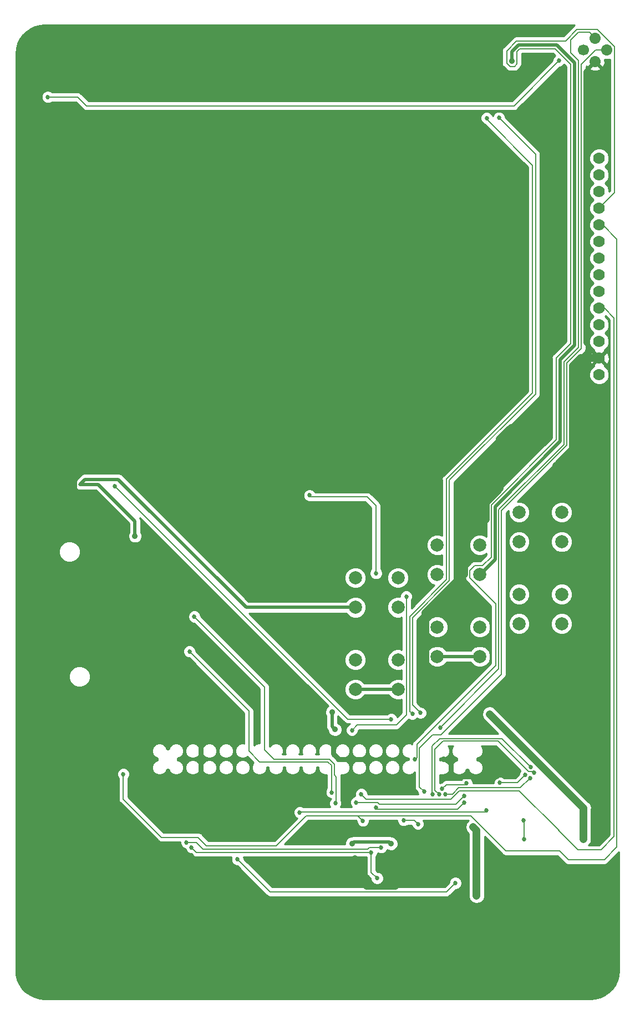
<source format=gbl>
G04 #@! TF.GenerationSoftware,KiCad,Pcbnew,(5.0.0-3-g5ebb6b6)*
G04 #@! TF.CreationDate,2018-10-24T08:18:16-07:00*
G04 #@! TF.ProjectId,HackPackv4,4861636B5061636B76342E6B69636164,rev?*
G04 #@! TF.SameCoordinates,Original*
G04 #@! TF.FileFunction,Copper,L2,Bot,Signal*
G04 #@! TF.FilePolarity,Positive*
%FSLAX46Y46*%
G04 Gerber Fmt 4.6, Leading zero omitted, Abs format (unit mm)*
G04 Created by KiCad (PCBNEW (5.0.0-3-g5ebb6b6)) date Wednesday, October 24, 2018 at 08:18:16 AM*
%MOMM*%
%LPD*%
G01*
G04 APERTURE LIST*
G04 #@! TA.AperFunction,ComponentPad*
%ADD10C,2.000000*%
G04 #@! TD*
G04 #@! TA.AperFunction,ComponentPad*
%ADD11C,1.778000*%
G04 #@! TD*
G04 #@! TA.AperFunction,ComponentPad*
%ADD12C,1.700000*%
G04 #@! TD*
G04 #@! TA.AperFunction,Conductor*
%ADD13C,1.700000*%
G04 #@! TD*
G04 #@! TA.AperFunction,ViaPad*
%ADD14C,0.889000*%
G04 #@! TD*
G04 #@! TA.AperFunction,ViaPad*
%ADD15C,0.685800*%
G04 #@! TD*
G04 #@! TA.AperFunction,Conductor*
%ADD16C,1.143000*%
G04 #@! TD*
G04 #@! TA.AperFunction,Conductor*
%ADD17C,0.508000*%
G04 #@! TD*
G04 #@! TA.AperFunction,Conductor*
%ADD18C,0.762000*%
G04 #@! TD*
G04 #@! TA.AperFunction,Conductor*
%ADD19C,0.203200*%
G04 #@! TD*
G04 #@! TA.AperFunction,Conductor*
%ADD20C,0.254000*%
G04 #@! TD*
G04 APERTURE END LIST*
D10*
G04 #@! TO.P,SW1,1*
G04 #@! TO.N,Net-(R1-Pad1)*
X79000000Y-125000000D03*
G04 #@! TO.P,SW1,2*
G04 #@! TO.N,+3V3*
X79000000Y-129500000D03*
G04 #@! TO.P,SW1,1*
G04 #@! TO.N,Net-(R1-Pad1)*
X72500000Y-125000000D03*
G04 #@! TO.P,SW1,2*
G04 #@! TO.N,+3V3*
X72500000Y-129500000D03*
G04 #@! TD*
G04 #@! TO.P,SW3,1*
G04 #@! TO.N,Net-(R3-Pad1)*
X91500000Y-120000000D03*
G04 #@! TO.P,SW3,2*
G04 #@! TO.N,+3V3*
X91500000Y-124500000D03*
G04 #@! TO.P,SW3,1*
G04 #@! TO.N,Net-(R3-Pad1)*
X85000000Y-120000000D03*
G04 #@! TO.P,SW3,2*
G04 #@! TO.N,+3V3*
X85000000Y-124500000D03*
G04 #@! TD*
G04 #@! TO.P,SW2,1*
G04 #@! TO.N,Net-(R2-Pad1)*
X79000000Y-137500000D03*
G04 #@! TO.P,SW2,2*
G04 #@! TO.N,+3V3*
X79000000Y-142000000D03*
G04 #@! TO.P,SW2,1*
G04 #@! TO.N,Net-(R2-Pad1)*
X72500000Y-137500000D03*
G04 #@! TO.P,SW2,2*
G04 #@! TO.N,+3V3*
X72500000Y-142000000D03*
G04 #@! TD*
G04 #@! TO.P,SW4,1*
G04 #@! TO.N,Net-(R4-Pad1)*
X91500000Y-132500000D03*
G04 #@! TO.P,SW4,2*
G04 #@! TO.N,+3V3*
X91500000Y-137000000D03*
G04 #@! TO.P,SW4,1*
G04 #@! TO.N,Net-(R4-Pad1)*
X85000000Y-132500000D03*
G04 #@! TO.P,SW4,2*
G04 #@! TO.N,+3V3*
X85000000Y-137000000D03*
G04 #@! TD*
G04 #@! TO.P,SW6,1*
G04 #@! TO.N,Net-(R6-Pad1)*
X104000000Y-115000000D03*
G04 #@! TO.P,SW6,2*
G04 #@! TO.N,+3V3*
X104000000Y-119500000D03*
G04 #@! TO.P,SW6,1*
G04 #@! TO.N,Net-(R6-Pad1)*
X97500000Y-115000000D03*
G04 #@! TO.P,SW6,2*
G04 #@! TO.N,+3V3*
X97500000Y-119500000D03*
G04 #@! TD*
G04 #@! TO.P,SW7,1*
G04 #@! TO.N,Net-(R7-Pad1)*
X104000000Y-127500000D03*
G04 #@! TO.P,SW7,2*
G04 #@! TO.N,+3V3*
X104000000Y-132000000D03*
G04 #@! TO.P,SW7,1*
G04 #@! TO.N,Net-(R7-Pad1)*
X97500000Y-127500000D03*
G04 #@! TO.P,SW7,2*
G04 #@! TO.N,+3V3*
X97500000Y-132000000D03*
G04 #@! TD*
D11*
G04 #@! TO.P,U7,14*
G04 #@! TO.N,/IRQ_TOUCH*
X109730000Y-60990000D03*
G04 #@! TO.P,U7,13*
G04 #@! TO.N,/SPI1_MISO*
X109730000Y-63530000D03*
G04 #@! TO.P,U7,12*
G04 #@! TO.N,/SPI1_MOSI*
X109730000Y-66070000D03*
G04 #@! TO.P,U7,11*
G04 #@! TO.N,/CS_TOUCH*
X109730000Y-68610000D03*
G04 #@! TO.P,U7,10*
G04 #@! TO.N,/SPI1_SCK*
X109730000Y-71150000D03*
G04 #@! TO.P,U7,9*
G04 #@! TO.N,N/C*
X109730000Y-73690000D03*
G04 #@! TO.P,U7,8*
G04 #@! TO.N,/LCD_BKLT*
X109730000Y-76230000D03*
G04 #@! TO.P,U7,7*
G04 #@! TO.N,/SPI0_SCK*
X109730000Y-78770000D03*
G04 #@! TO.P,U7,6*
G04 #@! TO.N,/SPI0_MOSI*
X109730000Y-81310000D03*
G04 #@! TO.P,U7,5*
G04 #@! TO.N,/LCD_DC*
X109730000Y-83850000D03*
G04 #@! TO.P,U7,4*
G04 #@! TO.N,/LCD_RESET*
X109730000Y-86390000D03*
G04 #@! TO.P,U7,3*
G04 #@! TO.N,/SPI0_CE0*
X109730000Y-88930000D03*
G04 #@! TO.P,U7,2*
G04 #@! TO.N,GND*
X109730000Y-91470000D03*
G04 #@! TO.P,U7,1*
G04 #@! TO.N,+5V_LCD*
X109730000Y-94010000D03*
G04 #@! TD*
D12*
G04 #@! TO.P,J2,1*
G04 #@! TO.N,+3V3*
X107315000Y-44450000D03*
G04 #@! TO.P,J2,2*
G04 #@! TO.N,/SDA*
X109111051Y-42653949D03*
D13*
G04 #@! TD*
G04 #@! TO.N,/SDA*
G04 #@! TO.C,J2*
X109111051Y-42653949D02*
X109111051Y-42653949D01*
D12*
G04 #@! TO.P,J2,3*
G04 #@! TO.N,GND*
X109111051Y-46246051D03*
D13*
G04 #@! TD*
G04 #@! TO.N,GND*
G04 #@! TO.C,J2*
X109111051Y-46246051D02*
X109111051Y-46246051D01*
D12*
G04 #@! TO.P,J2,4*
G04 #@! TO.N,/PWR_ON_OFF*
X110907102Y-44450000D03*
D13*
G04 #@! TD*
G04 #@! TO.N,/PWR_ON_OFF*
G04 #@! TO.C,J2*
X110907102Y-44450000D02*
X110907102Y-44450000D01*
D14*
G04 #@! TO.N,+5V*
X90500000Y-163000000D03*
X91000000Y-173500000D03*
X107330000Y-164840000D03*
X93020000Y-145790000D03*
G04 #@! TO.N,GND*
X103187500Y-107848400D03*
X43713400Y-159156400D03*
X50114200Y-147967700D03*
X56489600Y-160553400D03*
X66840100Y-148297900D03*
X74434700Y-152704800D03*
X82702400Y-168351200D03*
X72453500Y-167716200D03*
X86010000Y-152670000D03*
X94470000Y-154870000D03*
X87110000Y-143260000D03*
X96290000Y-102110000D03*
X32130000Y-101400000D03*
X34870000Y-117350000D03*
G04 #@! TO.N,+3V3*
X38862000Y-118618000D03*
X96380300Y-46189900D03*
X68922900Y-145491200D03*
X69405500Y-148145500D03*
X71970900Y-165544500D03*
X77952600Y-165557200D03*
D15*
G04 #@! TO.N,/SDA*
X89484200Y-156337000D03*
X85750400Y-157187900D03*
X85483700Y-147828000D03*
G04 #@! TO.N,/PWR_ON_OFF*
X82994500Y-157607000D03*
X25540000Y-51660000D03*
X103580000Y-46120000D03*
G04 #@! TO.N,/CS_TOUCH*
X81610200Y-152666700D03*
G04 #@! TO.N,/LED_DATA*
X77978000Y-146558000D03*
X35814000Y-110998000D03*
G04 #@! TO.N,/LCD_RESET*
X75692000Y-160020000D03*
X89154000Y-159258000D03*
G04 #@! TO.N,/LCD_DC*
X73406000Y-157988000D03*
G04 #@! TO.N,/LCD_BKLT*
X94560000Y-156270000D03*
X98460000Y-155020000D03*
X72644000Y-159258000D03*
X89154000Y-158242000D03*
G04 #@! TO.N,/Y_B*
X71983600Y-148234400D03*
X80276700Y-127850900D03*
G04 #@! TO.N,/SPI0_CE0*
X92540000Y-160470000D03*
X64008000Y-160782000D03*
G04 #@! TO.N,/SPI1_MISO*
X74930000Y-166878000D03*
X47498000Y-166116000D03*
X99750000Y-154750000D03*
X75819000Y-170815000D03*
X85280500Y-158051500D03*
G04 #@! TO.N,/SELECT_B*
X65500000Y-112400000D03*
X75650000Y-124300000D03*
G04 #@! TO.N,/SPI1_MOSI*
X76454000Y-166116000D03*
X46736000Y-165354000D03*
X99180000Y-155550000D03*
X86258400Y-157988000D03*
G04 #@! TO.N,/SPI1_SCK*
X37084000Y-154940000D03*
X73660000Y-162052000D03*
G04 #@! TO.N,Net-(Q1-Pad1)*
X54510000Y-167940000D03*
X87770000Y-171560000D03*
G04 #@! TO.N,Net-(Q2-Pad1)*
X98298000Y-164846000D03*
X98180000Y-162010000D03*
G04 #@! TO.N,/IRQ_TOUCH*
X79880000Y-161980000D03*
X82050000Y-162550000D03*
X99250500Y-153860500D03*
X84328000Y-158051500D03*
G04 #@! TO.N,Net-(U6-Pad2)*
X69443600Y-159397700D03*
X47910000Y-130920000D03*
G04 #@! TO.N,Net-(U6-Pad1)*
X47170000Y-136230000D03*
X68884800Y-157721300D03*
G04 #@! TO.N,/Tx*
X82423000Y-145605500D03*
X94437200Y-54813200D03*
G04 #@! TO.N,/Rx*
X92557600Y-54851300D03*
X81203800Y-145770600D03*
G04 #@! TD*
D16*
G04 #@! TO.N,+5V*
X90500000Y-163000000D02*
X91000000Y-163500000D01*
X91000000Y-163500000D02*
X91000000Y-173500000D01*
X107330000Y-160100000D02*
X107330000Y-164840000D01*
X93020000Y-145790000D02*
X107330000Y-160100000D01*
D17*
G04 #@! TO.N,GND*
X109730000Y-91470000D02*
X109730000Y-91378500D01*
X107569000Y-47788102D02*
X109111051Y-46246051D01*
X107569000Y-89217500D02*
X107569000Y-47788102D01*
X109730000Y-91378500D02*
X107569000Y-89217500D01*
D16*
X109730000Y-91470000D02*
X106916700Y-91470000D01*
X103251000Y-107848400D02*
X103187500Y-107848400D01*
X105727500Y-105371900D02*
X103251000Y-107848400D01*
X105727500Y-92659200D02*
X105727500Y-105371900D01*
X106916700Y-91470000D02*
X105727500Y-92659200D01*
D18*
X45974000Y-159156400D02*
X43713400Y-159156400D01*
X48882300Y-156248100D02*
X45974000Y-159156400D01*
X48882300Y-149199600D02*
X48882300Y-156248100D01*
X50114200Y-147967700D02*
X48882300Y-149199600D01*
X52184300Y-156248100D02*
X48882300Y-156248100D01*
X56489600Y-160553400D02*
X52184300Y-156248100D01*
X69126100Y-150583900D02*
X66840100Y-148297900D01*
X74434700Y-152704800D02*
X74371200Y-152641300D01*
X74371200Y-152641300D02*
X69964300Y-152641300D01*
X69964300Y-152641300D02*
X69126100Y-151803100D01*
X69126100Y-151803100D02*
X69126100Y-150583900D01*
D17*
X78701900Y-172351700D02*
X82702400Y-168351200D01*
X74091800Y-172351700D02*
X78701900Y-172351700D01*
X72313800Y-170573700D02*
X74091800Y-172351700D01*
X72313800Y-167855900D02*
X72313800Y-170573700D01*
X72453500Y-167716200D02*
X72313800Y-167855900D01*
D18*
X86350000Y-152670000D02*
X86010000Y-152670000D01*
X87060000Y-153380000D02*
X86350000Y-152670000D01*
X87060000Y-154920000D02*
X87060000Y-153380000D01*
X87450000Y-155310000D02*
X87060000Y-154920000D01*
X94030000Y-155310000D02*
X87450000Y-155310000D01*
X94470000Y-154870000D02*
X94030000Y-155310000D01*
D16*
X96290000Y-102110000D02*
X94540000Y-103860000D01*
X94540000Y-103860000D02*
X94540000Y-111370422D01*
X94540000Y-111370422D02*
X92379796Y-113530626D01*
X92379796Y-113530626D02*
X92379796Y-116120204D01*
X92379796Y-116120204D02*
X89080000Y-119420000D01*
X89080000Y-119420000D02*
X89080000Y-124443018D01*
X89080000Y-124443018D02*
X83170000Y-130353018D01*
X83170000Y-130353018D02*
X83170000Y-139320000D01*
X83170000Y-139320000D02*
X87110000Y-143260000D01*
X32130000Y-101400000D02*
X29390000Y-104140000D01*
X29390000Y-104140000D02*
X29390000Y-111870000D01*
X29390000Y-111870000D02*
X34870000Y-117350000D01*
D17*
G04 #@! TO.N,+3V3*
X55840000Y-129500000D02*
X72500000Y-129500000D01*
X36322000Y-109982000D02*
X55840000Y-129500000D01*
X31242000Y-109982000D02*
X36322000Y-109982000D01*
X30480000Y-110744000D02*
X31242000Y-109982000D01*
X30480000Y-110744000D02*
X33274000Y-110744000D01*
X38862000Y-116332000D02*
X38862000Y-118618000D01*
X33274000Y-110744000D02*
X38862000Y-116332000D01*
X72500000Y-142000000D02*
X79000000Y-142000000D01*
X85000000Y-137000000D02*
X91500000Y-137000000D01*
X91500000Y-124500000D02*
X91552400Y-124500000D01*
X96380300Y-44704000D02*
X96380300Y-46189900D01*
X97370900Y-43713400D02*
X96380300Y-44704000D01*
X103289100Y-43713400D02*
X97370900Y-43713400D01*
X105981498Y-46405798D02*
X103289100Y-43713400D01*
X105981498Y-89496902D02*
X105981498Y-46405798D01*
X103758998Y-91719402D02*
X105981498Y-89496902D01*
X103758998Y-104190800D02*
X103758998Y-91719402D01*
X93814900Y-114134898D02*
X103758998Y-104190800D01*
X93814900Y-122237500D02*
X93814900Y-114134898D01*
X91552400Y-124500000D02*
X93814900Y-122237500D01*
X68922900Y-147662900D02*
X68922900Y-145491200D01*
X69405500Y-148145500D02*
X68922900Y-147662900D01*
X72237600Y-165277800D02*
X71970900Y-165544500D01*
X77673200Y-165277800D02*
X72237600Y-165277800D01*
X77952600Y-165557200D02*
X77673200Y-165277800D01*
D19*
G04 #@! TO.N,/SDA*
X89484200Y-156337000D02*
X89255600Y-156565600D01*
X89255600Y-156565600D02*
X86372700Y-156565600D01*
X86372700Y-156565600D02*
X85750400Y-157187900D01*
X109111051Y-42653949D02*
X108214702Y-41757600D01*
X85483700Y-147828000D02*
X94399098Y-138912602D01*
X94399098Y-138912602D02*
X94399098Y-114554000D01*
X94399098Y-114554000D02*
X104317800Y-104635298D01*
X104317800Y-104635298D02*
X104317800Y-92062300D01*
X104317800Y-92062300D02*
X106540300Y-89839800D01*
X106540300Y-89839800D02*
X106540300Y-46050200D01*
X106540300Y-46050200D02*
X105384600Y-44894500D01*
X105384600Y-44894500D02*
X105384600Y-42913300D01*
X105384600Y-42913300D02*
X106540300Y-41757600D01*
X106540300Y-41757600D02*
X108214702Y-41757600D01*
G04 #@! TO.N,/PWR_ON_OFF*
X110907102Y-44450000D02*
X109220000Y-44450000D01*
X82296000Y-156908500D02*
X82994500Y-157607000D01*
X82296000Y-151003000D02*
X82296000Y-156908500D01*
X84328000Y-148971000D02*
X82296000Y-151003000D01*
X85534500Y-148971000D02*
X84328000Y-148971000D01*
X94805500Y-139700000D02*
X85534500Y-148971000D01*
X94805500Y-114744500D02*
X94805500Y-139700000D01*
X104775000Y-104775000D02*
X94805500Y-114744500D01*
X104775000Y-92265500D02*
X104775000Y-104775000D01*
X106997500Y-90043000D02*
X104775000Y-92265500D01*
X106997500Y-48831500D02*
X106997500Y-90043000D01*
X106997500Y-46672500D02*
X106997500Y-48831500D01*
X109220000Y-44450000D02*
X106997500Y-46672500D01*
X30120000Y-51660000D02*
X25540000Y-51660000D01*
X31460000Y-53000000D02*
X30120000Y-51660000D01*
X96700000Y-53000000D02*
X31460000Y-53000000D01*
X103580000Y-46120000D02*
X96700000Y-53000000D01*
G04 #@! TO.N,/CS_TOUCH*
X112090200Y-66249800D02*
X109730000Y-68610000D01*
X112090200Y-43980100D02*
X112090200Y-66249800D01*
X109448600Y-41338500D02*
X112090200Y-43980100D01*
X106337100Y-41338500D02*
X109448600Y-41338500D01*
X104571800Y-43103800D02*
X106337100Y-41338500D01*
X97104200Y-43103800D02*
X104571800Y-43103800D01*
X95605600Y-44602400D02*
X97104200Y-43103800D01*
X95605600Y-46482000D02*
X95605600Y-44602400D01*
X96100900Y-46977300D02*
X95605600Y-46482000D01*
X96786700Y-46977300D02*
X96100900Y-46977300D01*
X97167700Y-46596300D02*
X96786700Y-46977300D01*
X97167700Y-44706866D02*
X97167700Y-46596300D01*
X97602364Y-44272202D02*
X97167700Y-44706866D01*
X102997002Y-44272202D02*
X97602364Y-44272202D01*
X105395867Y-46671067D02*
X102997002Y-44272202D01*
X105395867Y-89231629D02*
X105395867Y-46671067D01*
X103200196Y-91427300D02*
X105395867Y-89231629D01*
X103200196Y-103949504D02*
X103200196Y-91427300D01*
X93256098Y-113893602D02*
X103200196Y-103949504D01*
X93256098Y-121818400D02*
X93256098Y-113893602D01*
X91911331Y-123163167D02*
X93256098Y-121818400D01*
X90692133Y-123163167D02*
X91911331Y-123163167D01*
X89979500Y-123875800D02*
X90692133Y-123163167D01*
X89979500Y-124993400D02*
X89979500Y-123875800D01*
X93954600Y-128968500D02*
X89979500Y-124993400D01*
X93954600Y-138366500D02*
X93954600Y-128968500D01*
X81889598Y-150431502D02*
X93954600Y-138366500D01*
X81889598Y-152387302D02*
X81889598Y-150431502D01*
X81610200Y-152666700D02*
X81889598Y-152387302D01*
G04 #@! TO.N,/LED_DATA*
X71374000Y-146558000D02*
X77978000Y-146558000D01*
X35814000Y-110998000D02*
X71374000Y-146558000D01*
G04 #@! TO.N,/LCD_RESET*
X75946000Y-160274000D02*
X75692000Y-160020000D01*
X88138000Y-160274000D02*
X75946000Y-160274000D01*
X89154000Y-159258000D02*
X88138000Y-160274000D01*
G04 #@! TO.N,/LCD_DC*
X109730000Y-83850000D02*
X110520000Y-83850000D01*
X103500000Y-163500000D02*
X103500000Y-163444000D01*
X106500000Y-166500000D02*
X103500000Y-163500000D01*
X110000000Y-166500000D02*
X106500000Y-166500000D01*
X112014000Y-164486000D02*
X110000000Y-166500000D01*
X112014000Y-160782000D02*
X112014000Y-164486000D01*
X110520000Y-83850000D02*
X112014000Y-85344000D01*
X112014000Y-85344000D02*
X112014000Y-160782000D01*
X74168000Y-158750000D02*
X73406000Y-157988000D01*
X87122000Y-158750000D02*
X74168000Y-158750000D01*
X88392000Y-157480000D02*
X87122000Y-158750000D01*
X97536000Y-157480000D02*
X88392000Y-157480000D01*
X103886000Y-163830000D02*
X103500000Y-163444000D01*
X103500000Y-163444000D02*
X97536000Y-157480000D01*
G04 #@! TO.N,/LCD_BKLT*
X97210000Y-156270000D02*
X94560000Y-156270000D01*
X98460000Y-155020000D02*
X97210000Y-156270000D01*
X75946000Y-159258000D02*
X72644000Y-159258000D01*
X76200000Y-159512000D02*
X75946000Y-159258000D01*
X87884000Y-159512000D02*
X76200000Y-159512000D01*
X89154000Y-158242000D02*
X87884000Y-159512000D01*
G04 #@! TO.N,/Y_B*
X72796400Y-147421600D02*
X71983600Y-148234400D01*
X78790800Y-147421600D02*
X72796400Y-147421600D01*
X80314800Y-145897600D02*
X78790800Y-147421600D01*
X80314800Y-127889000D02*
X80314800Y-145897600D01*
X80276700Y-127850900D02*
X80314800Y-127889000D01*
G04 #@! TO.N,/SPI0_CE0*
X64109598Y-160680402D02*
X64008000Y-160782000D01*
X92329598Y-160680402D02*
X64109598Y-160680402D01*
X92540000Y-160470000D02*
X92329598Y-160680402D01*
G04 #@! TO.N,/SPI1_MISO*
X48260000Y-166878000D02*
X74930000Y-166878000D01*
X47498000Y-166116000D02*
X48260000Y-166878000D01*
X94283500Y-149923500D02*
X91376500Y-149923500D01*
X98920000Y-154560000D02*
X94283500Y-149923500D01*
X99560000Y-154560000D02*
X98920000Y-154560000D01*
X99750000Y-154750000D02*
X99560000Y-154560000D01*
X74930000Y-169926000D02*
X74930000Y-166878000D01*
X75819000Y-170815000D02*
X74930000Y-169926000D01*
X84645500Y-157416500D02*
X85280500Y-158051500D01*
X84645500Y-151193500D02*
X84645500Y-157416500D01*
X85915500Y-149923500D02*
X84645500Y-151193500D01*
X91376500Y-149923500D02*
X85915500Y-149923500D01*
G04 #@! TO.N,/SELECT_B*
X65750000Y-112650000D02*
X65500000Y-112400000D01*
X74300000Y-112650000D02*
X65750000Y-112650000D01*
X75650000Y-114000000D02*
X74300000Y-112650000D01*
X75650000Y-124300000D02*
X75650000Y-114000000D01*
G04 #@! TO.N,/SPI1_MOSI*
X74676000Y-166116000D02*
X76454000Y-166116000D01*
X74422000Y-166370000D02*
X74676000Y-166116000D01*
X49276000Y-166370000D02*
X74422000Y-166370000D01*
X48260000Y-165354000D02*
X49276000Y-166370000D01*
X46736000Y-165354000D02*
X48260000Y-165354000D01*
X97707200Y-157022800D02*
X88274460Y-157022800D01*
X99180000Y-155550000D02*
X97707200Y-157022800D01*
X87309260Y-157988000D02*
X86258400Y-157988000D01*
X88274460Y-157022800D02*
X87309260Y-157988000D01*
G04 #@! TO.N,/SPI1_SCK*
X109730000Y-71150000D02*
X110266000Y-71150000D01*
X110266000Y-71150000D02*
X112420402Y-73304402D01*
X112420402Y-73304402D02*
X112420402Y-160000000D01*
X37084000Y-158750000D02*
X37084000Y-154940000D01*
X42926000Y-164592000D02*
X37084000Y-158750000D01*
X48514000Y-164592000D02*
X42926000Y-164592000D01*
X49784000Y-165862000D02*
X48514000Y-164592000D01*
X60452000Y-165862000D02*
X49784000Y-165862000D01*
X65024000Y-161290000D02*
X60452000Y-165862000D01*
X71882000Y-161290000D02*
X89400000Y-161290000D01*
X89400000Y-161290000D02*
X89408000Y-161290000D01*
X112420402Y-166079598D02*
X112420402Y-160000000D01*
X103640000Y-166640000D02*
X105000000Y-168000000D01*
X105000000Y-168000000D02*
X110500000Y-168000000D01*
X110500000Y-168000000D02*
X112420402Y-166079598D01*
X103632000Y-166632000D02*
X103640000Y-166640000D01*
X71882000Y-161290000D02*
X65024000Y-161290000D01*
X112420402Y-160000000D02*
X112420402Y-161137598D01*
X72898000Y-161290000D02*
X71882000Y-161290000D01*
X73660000Y-162052000D02*
X72898000Y-161290000D01*
X89400000Y-161290000D02*
X90110000Y-161290000D01*
X95460000Y-166640000D02*
X103640000Y-166640000D01*
X90110000Y-161290000D02*
X95460000Y-166640000D01*
G04 #@! TO.N,Net-(Q1-Pad1)*
X59480502Y-172910502D02*
X54510000Y-167940000D01*
X86419498Y-172910502D02*
X59480502Y-172910502D01*
X87770000Y-171560000D02*
X86419498Y-172910502D01*
G04 #@! TO.N,Net-(Q2-Pad1)*
X98298000Y-162128000D02*
X98298000Y-164846000D01*
X98180000Y-162010000D02*
X98298000Y-162128000D01*
G04 #@! TO.N,/IRQ_TOUCH*
X81480000Y-161980000D02*
X79880000Y-161980000D01*
X82050000Y-162550000D02*
X81480000Y-161980000D01*
X99250500Y-153860500D02*
X94907098Y-149517098D01*
X94907098Y-149517098D02*
X85369402Y-149517098D01*
X85369402Y-149517098D02*
X84201000Y-150685500D01*
X84201000Y-150685500D02*
X84201000Y-157924500D01*
X84201000Y-157924500D02*
X84328000Y-158051500D01*
G04 #@! TO.N,Net-(U6-Pad2)*
X69443600Y-159397700D02*
X69583300Y-159258000D01*
X69583300Y-159258000D02*
X69583300Y-155371800D01*
X69583300Y-155371800D02*
X69291200Y-155079700D01*
X69291200Y-155079700D02*
X69291200Y-153441400D01*
X69291200Y-153441400D02*
X68529198Y-152679398D01*
X68529198Y-152679398D02*
X60083698Y-152679398D01*
X60083698Y-152679398D02*
X58635900Y-151231600D01*
X58635900Y-141645900D02*
X58635900Y-151231600D01*
X47910000Y-130920000D02*
X58635900Y-141645900D01*
G04 #@! TO.N,Net-(U6-Pad1)*
X47170000Y-136230000D02*
X56250000Y-145310000D01*
X56250000Y-145310000D02*
X56261000Y-145321000D01*
X57912000Y-153085800D02*
X56261000Y-151434800D01*
X56250000Y-151423800D02*
X56261000Y-151434800D01*
X56250000Y-145310000D02*
X56250000Y-151423800D01*
X68884800Y-157721300D02*
X68859400Y-157695900D01*
X68859400Y-157695900D02*
X68859400Y-153631900D01*
X68859400Y-153631900D02*
X68313300Y-153085800D01*
X68313300Y-153085800D02*
X57912000Y-153085800D01*
G04 #@! TO.N,/Tx*
X81203802Y-144386302D02*
X82423000Y-145605500D01*
X81203802Y-131079938D02*
X81203802Y-144386302D01*
X86842600Y-125441140D02*
X81203802Y-131079938D01*
X86842600Y-110112240D02*
X86842600Y-125441140D01*
X99999800Y-96955040D02*
X86842600Y-110112240D01*
X99999800Y-60375800D02*
X99999800Y-96955040D01*
X94437200Y-54813200D02*
X99999800Y-60375800D01*
G04 #@! TO.N,/Rx*
X92557600Y-55041800D02*
X92557600Y-54851300D01*
X99568000Y-62052200D02*
X92557600Y-55041800D01*
X99568000Y-96812100D02*
X99568000Y-62052200D01*
X86423500Y-109956600D02*
X99568000Y-96812100D01*
X86423500Y-125285500D02*
X86423500Y-109956600D01*
X80797400Y-130911600D02*
X86423500Y-125285500D01*
X80797400Y-145364200D02*
X80797400Y-130911600D01*
X81203800Y-145770600D02*
X80797400Y-145364200D01*
G04 #@! TD*
D20*
G04 #@! TO.N,GND*
G36*
X105867541Y-40766349D02*
X105867539Y-40766351D01*
X105806042Y-40807442D01*
X105764950Y-40868940D01*
X104266691Y-42367200D01*
X97176738Y-42367200D01*
X97104199Y-42352771D01*
X97031660Y-42367200D01*
X97031656Y-42367200D01*
X96816793Y-42409939D01*
X96573142Y-42572742D01*
X96532049Y-42634242D01*
X95136040Y-44030251D01*
X95074543Y-44071342D01*
X95033452Y-44132839D01*
X95033449Y-44132842D01*
X94911739Y-44314994D01*
X94854571Y-44602400D01*
X94869001Y-44674945D01*
X94869000Y-46409459D01*
X94854571Y-46482000D01*
X94869000Y-46554540D01*
X94869000Y-46554543D01*
X94911739Y-46769406D01*
X95074542Y-47013058D01*
X95136042Y-47054151D01*
X95528750Y-47446860D01*
X95569842Y-47508358D01*
X95631339Y-47549449D01*
X95631341Y-47549451D01*
X95813493Y-47671161D01*
X96028356Y-47713900D01*
X96028359Y-47713900D01*
X96100900Y-47728329D01*
X96173440Y-47713900D01*
X96714160Y-47713900D01*
X96786700Y-47728329D01*
X96859240Y-47713900D01*
X96859244Y-47713900D01*
X97074107Y-47671161D01*
X97317758Y-47508358D01*
X97358852Y-47446857D01*
X97637255Y-47168453D01*
X97698758Y-47127358D01*
X97861561Y-46883707D01*
X97904300Y-46668844D01*
X97904300Y-46668840D01*
X97918729Y-46596301D01*
X97904300Y-46523762D01*
X97904300Y-45011975D01*
X97907473Y-45008802D01*
X102691893Y-45008802D01*
X103000066Y-45316975D01*
X102750977Y-45566064D01*
X102602100Y-45925484D01*
X102602100Y-46056191D01*
X96394891Y-52263400D01*
X31765110Y-52263400D01*
X30692151Y-51190442D01*
X30651058Y-51128942D01*
X30407407Y-50966139D01*
X30192544Y-50923400D01*
X30192540Y-50923400D01*
X30120000Y-50908971D01*
X30047460Y-50923400D01*
X26186359Y-50923400D01*
X26093936Y-50830977D01*
X25734516Y-50682100D01*
X25345484Y-50682100D01*
X24986064Y-50830977D01*
X24710977Y-51106064D01*
X24562100Y-51465484D01*
X24562100Y-51854516D01*
X24710977Y-52213936D01*
X24986064Y-52489023D01*
X25345484Y-52637900D01*
X25734516Y-52637900D01*
X26093936Y-52489023D01*
X26186359Y-52396600D01*
X29814891Y-52396600D01*
X30887850Y-53469560D01*
X30928942Y-53531058D01*
X30990439Y-53572149D01*
X30990441Y-53572151D01*
X31172593Y-53693861D01*
X31387456Y-53736600D01*
X31387459Y-53736600D01*
X31459999Y-53751029D01*
X31532540Y-53736600D01*
X96627460Y-53736600D01*
X96700000Y-53751029D01*
X96772540Y-53736600D01*
X96772544Y-53736600D01*
X96987407Y-53693861D01*
X97231058Y-53531058D01*
X97272151Y-53469558D01*
X103643809Y-47097900D01*
X103774516Y-47097900D01*
X104133936Y-46949023D01*
X104383025Y-46699934D01*
X104659268Y-46976177D01*
X104659267Y-88926519D01*
X102730636Y-90855151D01*
X102669139Y-90896242D01*
X102628048Y-90957739D01*
X102628045Y-90957742D01*
X102506335Y-91139894D01*
X102449167Y-91427300D01*
X102463597Y-91499845D01*
X102463596Y-103644394D01*
X92786538Y-113321453D01*
X92725041Y-113362544D01*
X92683950Y-113424041D01*
X92683947Y-113424044D01*
X92562237Y-113606196D01*
X92505069Y-113893602D01*
X92519499Y-113966147D01*
X92519498Y-118707259D01*
X92426153Y-118613914D01*
X91825222Y-118365000D01*
X91174778Y-118365000D01*
X90573847Y-118613914D01*
X90113914Y-119073847D01*
X89865000Y-119674778D01*
X89865000Y-120325222D01*
X90113914Y-120926153D01*
X90573847Y-121386086D01*
X91174778Y-121635000D01*
X91825222Y-121635000D01*
X92426153Y-121386086D01*
X92519498Y-121292741D01*
X92519498Y-121513290D01*
X91606222Y-122426567D01*
X90764673Y-122426567D01*
X90692132Y-122412138D01*
X90619592Y-122426567D01*
X90619589Y-122426567D01*
X90404726Y-122469306D01*
X90222574Y-122591016D01*
X90222572Y-122591018D01*
X90161075Y-122632109D01*
X90119983Y-122693607D01*
X89509940Y-123303651D01*
X89448443Y-123344742D01*
X89407352Y-123406239D01*
X89407349Y-123406242D01*
X89285639Y-123588394D01*
X89228471Y-123875800D01*
X89242901Y-123948345D01*
X89242900Y-124920859D01*
X89228471Y-124993400D01*
X89242900Y-125065940D01*
X89242900Y-125065943D01*
X89285639Y-125280806D01*
X89448442Y-125524458D01*
X89509942Y-125565551D01*
X93218001Y-129273610D01*
X93218000Y-138061391D01*
X81420038Y-149859353D01*
X81358541Y-149900444D01*
X81317450Y-149961941D01*
X81317447Y-149961944D01*
X81195737Y-150144096D01*
X81152293Y-150362505D01*
X80892755Y-150255000D01*
X80437245Y-150255000D01*
X80016410Y-150429316D01*
X79694316Y-150751410D01*
X79520000Y-151172245D01*
X79520000Y-151627755D01*
X79694316Y-152048590D01*
X80016410Y-152370684D01*
X80437245Y-152545000D01*
X80632300Y-152545000D01*
X80632300Y-152795000D01*
X80437245Y-152795000D01*
X80016410Y-152969316D01*
X79694316Y-153291410D01*
X79520000Y-153712245D01*
X79520000Y-154167755D01*
X79694316Y-154588590D01*
X80016410Y-154910684D01*
X80437245Y-155085000D01*
X80892755Y-155085000D01*
X81313590Y-154910684D01*
X81559401Y-154664873D01*
X81559401Y-156835955D01*
X81544971Y-156908500D01*
X81602139Y-157195906D01*
X81723849Y-157378058D01*
X81723852Y-157378061D01*
X81764943Y-157439558D01*
X81826440Y-157480649D01*
X82016600Y-157670809D01*
X82016600Y-157801516D01*
X82104365Y-158013400D01*
X74473110Y-158013400D01*
X74383900Y-157924190D01*
X74383900Y-157793484D01*
X74235023Y-157434064D01*
X73959936Y-157158977D01*
X73600516Y-157010100D01*
X73211484Y-157010100D01*
X72852064Y-157158977D01*
X72576977Y-157434064D01*
X72428100Y-157793484D01*
X72428100Y-158182516D01*
X72468521Y-158280100D01*
X72449484Y-158280100D01*
X72090064Y-158428977D01*
X71814977Y-158704064D01*
X71666100Y-159063484D01*
X71666100Y-159452516D01*
X71814977Y-159811936D01*
X71946843Y-159943802D01*
X70275868Y-159943802D01*
X70421500Y-159592216D01*
X70421500Y-159203184D01*
X70319900Y-158957900D01*
X70319900Y-155444340D01*
X70334329Y-155371800D01*
X70319900Y-155299259D01*
X70319900Y-155299256D01*
X70277282Y-155085000D01*
X70732755Y-155085000D01*
X71153590Y-154910684D01*
X71475684Y-154588590D01*
X71650000Y-154167755D01*
X71650000Y-153712245D01*
X71900000Y-153712245D01*
X71900000Y-154167755D01*
X72074316Y-154588590D01*
X72396410Y-154910684D01*
X72817245Y-155085000D01*
X73272755Y-155085000D01*
X73693590Y-154910684D01*
X74015684Y-154588590D01*
X74190000Y-154167755D01*
X74190000Y-153712245D01*
X74440000Y-153712245D01*
X74440000Y-154167755D01*
X74614316Y-154588590D01*
X74936410Y-154910684D01*
X75357245Y-155085000D01*
X75812755Y-155085000D01*
X76233590Y-154910684D01*
X76555684Y-154588590D01*
X76730000Y-154167755D01*
X76730000Y-153712245D01*
X76980000Y-153712245D01*
X76980000Y-154167755D01*
X77154316Y-154588590D01*
X77476410Y-154910684D01*
X77897245Y-155085000D01*
X78352755Y-155085000D01*
X78773590Y-154910684D01*
X79095684Y-154588590D01*
X79270000Y-154167755D01*
X79270000Y-153712245D01*
X79095684Y-153291410D01*
X78773590Y-152969316D01*
X78352755Y-152795000D01*
X77897245Y-152795000D01*
X77476410Y-152969316D01*
X77154316Y-153291410D01*
X76980000Y-153712245D01*
X76730000Y-153712245D01*
X76555684Y-153291410D01*
X76233590Y-152969316D01*
X75812755Y-152795000D01*
X75357245Y-152795000D01*
X74936410Y-152969316D01*
X74614316Y-153291410D01*
X74440000Y-153712245D01*
X74190000Y-153712245D01*
X74015684Y-153291410D01*
X73693590Y-152969316D01*
X73272755Y-152795000D01*
X72817245Y-152795000D01*
X72396410Y-152969316D01*
X72074316Y-153291410D01*
X71900000Y-153712245D01*
X71650000Y-153712245D01*
X71475684Y-153291410D01*
X71153590Y-152969316D01*
X70732755Y-152795000D01*
X70277245Y-152795000D01*
X69860525Y-152967612D01*
X69822258Y-152910342D01*
X69760760Y-152869250D01*
X69101348Y-152209839D01*
X69060256Y-152148340D01*
X68925785Y-152058489D01*
X68935684Y-152048590D01*
X69110000Y-151627755D01*
X69110000Y-151172245D01*
X69360000Y-151172245D01*
X69360000Y-151627755D01*
X69534316Y-152048590D01*
X69856410Y-152370684D01*
X70277245Y-152545000D01*
X70732755Y-152545000D01*
X71153590Y-152370684D01*
X71475684Y-152048590D01*
X71650000Y-151627755D01*
X71650000Y-151172245D01*
X71900000Y-151172245D01*
X71900000Y-151627755D01*
X72074316Y-152048590D01*
X72396410Y-152370684D01*
X72817245Y-152545000D01*
X73272755Y-152545000D01*
X73693590Y-152370684D01*
X74015684Y-152048590D01*
X74190000Y-151627755D01*
X74190000Y-151172245D01*
X74440000Y-151172245D01*
X74440000Y-151627755D01*
X74614316Y-152048590D01*
X74936410Y-152370684D01*
X75357245Y-152545000D01*
X75812755Y-152545000D01*
X76233590Y-152370684D01*
X76555684Y-152048590D01*
X76730000Y-151627755D01*
X76730000Y-151172245D01*
X76980000Y-151172245D01*
X76980000Y-151627755D01*
X77154316Y-152048590D01*
X77476410Y-152370684D01*
X77897245Y-152545000D01*
X78352755Y-152545000D01*
X78773590Y-152370684D01*
X79095684Y-152048590D01*
X79270000Y-151627755D01*
X79270000Y-151172245D01*
X79095684Y-150751410D01*
X78773590Y-150429316D01*
X78352755Y-150255000D01*
X77897245Y-150255000D01*
X77476410Y-150429316D01*
X77154316Y-150751410D01*
X76980000Y-151172245D01*
X76730000Y-151172245D01*
X76555684Y-150751410D01*
X76233590Y-150429316D01*
X75812755Y-150255000D01*
X75357245Y-150255000D01*
X74936410Y-150429316D01*
X74614316Y-150751410D01*
X74440000Y-151172245D01*
X74190000Y-151172245D01*
X74015684Y-150751410D01*
X73693590Y-150429316D01*
X73272755Y-150255000D01*
X72817245Y-150255000D01*
X72396410Y-150429316D01*
X72074316Y-150751410D01*
X71900000Y-151172245D01*
X71650000Y-151172245D01*
X71475684Y-150751410D01*
X71153590Y-150429316D01*
X70732755Y-150255000D01*
X70277245Y-150255000D01*
X69856410Y-150429316D01*
X69534316Y-150751410D01*
X69360000Y-151172245D01*
X69110000Y-151172245D01*
X68935684Y-150751410D01*
X68613590Y-150429316D01*
X68192755Y-150255000D01*
X67737245Y-150255000D01*
X67316410Y-150429316D01*
X66994316Y-150751410D01*
X66820000Y-151172245D01*
X66820000Y-151627755D01*
X66950495Y-151942798D01*
X66439505Y-151942798D01*
X66570000Y-151627755D01*
X66570000Y-151172245D01*
X66395684Y-150751410D01*
X66073590Y-150429316D01*
X65652755Y-150255000D01*
X65197245Y-150255000D01*
X64776410Y-150429316D01*
X64454316Y-150751410D01*
X64280000Y-151172245D01*
X64280000Y-151627755D01*
X64410495Y-151942798D01*
X63899505Y-151942798D01*
X64030000Y-151627755D01*
X64030000Y-151172245D01*
X63855684Y-150751410D01*
X63533590Y-150429316D01*
X63112755Y-150255000D01*
X62657245Y-150255000D01*
X62236410Y-150429316D01*
X61914316Y-150751410D01*
X61740000Y-151172245D01*
X61740000Y-151627755D01*
X61870495Y-151942798D01*
X61359505Y-151942798D01*
X61490000Y-151627755D01*
X61490000Y-151172245D01*
X61315684Y-150751410D01*
X60993590Y-150429316D01*
X60572755Y-150255000D01*
X60117245Y-150255000D01*
X59696410Y-150429316D01*
X59374316Y-150751410D01*
X59372500Y-150755794D01*
X59372500Y-141718440D01*
X59386929Y-141645899D01*
X59372500Y-141573357D01*
X59372500Y-141573356D01*
X59329761Y-141358493D01*
X59208051Y-141176341D01*
X59208049Y-141176339D01*
X59166958Y-141114842D01*
X59105461Y-141073751D01*
X48887900Y-130856191D01*
X48887900Y-130725484D01*
X48739023Y-130366064D01*
X48463936Y-130090977D01*
X48104516Y-129942100D01*
X47715484Y-129942100D01*
X47356064Y-130090977D01*
X47080977Y-130366064D01*
X46932100Y-130725484D01*
X46932100Y-131114516D01*
X47080977Y-131473936D01*
X47356064Y-131749023D01*
X47715484Y-131897900D01*
X47846191Y-131897900D01*
X57899300Y-141951010D01*
X57899301Y-150255000D01*
X57577245Y-150255000D01*
X57156410Y-150429316D01*
X56986600Y-150599126D01*
X56986600Y-145448841D01*
X57012029Y-145320999D01*
X56954861Y-145033594D01*
X56833150Y-144851442D01*
X56822155Y-144840447D01*
X56822151Y-144840441D01*
X56822149Y-144840439D01*
X56781058Y-144778942D01*
X56719561Y-144737851D01*
X48147900Y-136166191D01*
X48147900Y-136035484D01*
X47999023Y-135676064D01*
X47723936Y-135400977D01*
X47364516Y-135252100D01*
X46975484Y-135252100D01*
X46616064Y-135400977D01*
X46340977Y-135676064D01*
X46192100Y-136035484D01*
X46192100Y-136424516D01*
X46340977Y-136783936D01*
X46616064Y-137059023D01*
X46975484Y-137207900D01*
X47106191Y-137207900D01*
X55513400Y-145615110D01*
X55513401Y-150263552D01*
X55492755Y-150255000D01*
X55037245Y-150255000D01*
X54616410Y-150429316D01*
X54294316Y-150751410D01*
X54120000Y-151172245D01*
X54120000Y-151627755D01*
X54294316Y-152048590D01*
X54616410Y-152370684D01*
X55037245Y-152545000D01*
X55492755Y-152545000D01*
X55913590Y-152370684D01*
X56034382Y-152249892D01*
X56955108Y-153170618D01*
X56834316Y-153291410D01*
X56660000Y-153712245D01*
X56660000Y-154167755D01*
X56834316Y-154588590D01*
X57156410Y-154910684D01*
X57577245Y-155085000D01*
X58032755Y-155085000D01*
X58453590Y-154910684D01*
X58775684Y-154588590D01*
X58950000Y-154167755D01*
X58950000Y-153822400D01*
X59200000Y-153822400D01*
X59200000Y-154167755D01*
X59374316Y-154588590D01*
X59696410Y-154910684D01*
X60117245Y-155085000D01*
X60572755Y-155085000D01*
X60993590Y-154910684D01*
X61315684Y-154588590D01*
X61490000Y-154167755D01*
X61490000Y-153822400D01*
X61740000Y-153822400D01*
X61740000Y-154167755D01*
X61914316Y-154588590D01*
X62236410Y-154910684D01*
X62657245Y-155085000D01*
X63112755Y-155085000D01*
X63533590Y-154910684D01*
X63855684Y-154588590D01*
X64030000Y-154167755D01*
X64030000Y-153822400D01*
X64280000Y-153822400D01*
X64280000Y-154167755D01*
X64454316Y-154588590D01*
X64776410Y-154910684D01*
X65197245Y-155085000D01*
X65652755Y-155085000D01*
X66073590Y-154910684D01*
X66395684Y-154588590D01*
X66570000Y-154167755D01*
X66570000Y-153822400D01*
X66820000Y-153822400D01*
X66820000Y-154167755D01*
X66994316Y-154588590D01*
X67316410Y-154910684D01*
X67737245Y-155085000D01*
X68122801Y-155085000D01*
X68122800Y-157100341D01*
X68055777Y-157167364D01*
X67906900Y-157526784D01*
X67906900Y-157915816D01*
X68055777Y-158275236D01*
X68330864Y-158550323D01*
X68690284Y-158699200D01*
X68759141Y-158699200D01*
X68614577Y-158843764D01*
X68465700Y-159203184D01*
X68465700Y-159592216D01*
X68611332Y-159943802D01*
X64539786Y-159943802D01*
X64202516Y-159804100D01*
X63813484Y-159804100D01*
X63454064Y-159952977D01*
X63178977Y-160228064D01*
X63030100Y-160587484D01*
X63030100Y-160976516D01*
X63178977Y-161335936D01*
X63454064Y-161611023D01*
X63600579Y-161671712D01*
X60146891Y-165125400D01*
X50089110Y-165125400D01*
X49086150Y-164122441D01*
X49045058Y-164060942D01*
X48801407Y-163898139D01*
X48586544Y-163855400D01*
X48586540Y-163855400D01*
X48514000Y-163840971D01*
X48441460Y-163855400D01*
X43231110Y-163855400D01*
X37820600Y-158444891D01*
X37820600Y-155586359D01*
X37913023Y-155493936D01*
X38061900Y-155134516D01*
X38061900Y-154745484D01*
X37913023Y-154386064D01*
X37637936Y-154110977D01*
X37278516Y-153962100D01*
X36889484Y-153962100D01*
X36530064Y-154110977D01*
X36254977Y-154386064D01*
X36106100Y-154745484D01*
X36106100Y-155134516D01*
X36254977Y-155493936D01*
X36347401Y-155586360D01*
X36347400Y-158677460D01*
X36332971Y-158750000D01*
X36347400Y-158822540D01*
X36347400Y-158822543D01*
X36390139Y-159037406D01*
X36552942Y-159281058D01*
X36614442Y-159322151D01*
X42353851Y-165061561D01*
X42394942Y-165123058D01*
X42456439Y-165164149D01*
X42456441Y-165164151D01*
X42626529Y-165277800D01*
X42638593Y-165285861D01*
X42853456Y-165328600D01*
X42853459Y-165328600D01*
X42926000Y-165343029D01*
X42998540Y-165328600D01*
X45758100Y-165328600D01*
X45758100Y-165548516D01*
X45906977Y-165907936D01*
X46182064Y-166183023D01*
X46526363Y-166325637D01*
X46668977Y-166669936D01*
X46944064Y-166945023D01*
X47303484Y-167093900D01*
X47434190Y-167093900D01*
X47687850Y-167347560D01*
X47728942Y-167409058D01*
X47790439Y-167450149D01*
X47790441Y-167450151D01*
X47818564Y-167468942D01*
X47972593Y-167571861D01*
X48187456Y-167614600D01*
X48187459Y-167614600D01*
X48260000Y-167629029D01*
X48332540Y-167614600D01*
X53586314Y-167614600D01*
X53532100Y-167745484D01*
X53532100Y-168134516D01*
X53680977Y-168493936D01*
X53956064Y-168769023D01*
X54315484Y-168917900D01*
X54446191Y-168917900D01*
X58908351Y-173380060D01*
X58949444Y-173441560D01*
X59193095Y-173604363D01*
X59407958Y-173647102D01*
X59407961Y-173647102D01*
X59480501Y-173661531D01*
X59553042Y-173647102D01*
X86346958Y-173647102D01*
X86419498Y-173661531D01*
X86492038Y-173647102D01*
X86492042Y-173647102D01*
X86706905Y-173604363D01*
X86950556Y-173441560D01*
X86991649Y-173380060D01*
X87833810Y-172537900D01*
X87964516Y-172537900D01*
X88323936Y-172389023D01*
X88599023Y-172113936D01*
X88747900Y-171754516D01*
X88747900Y-171365484D01*
X88599023Y-171006064D01*
X88323936Y-170730977D01*
X87964516Y-170582100D01*
X87575484Y-170582100D01*
X87216064Y-170730977D01*
X86940977Y-171006064D01*
X86792100Y-171365484D01*
X86792100Y-171496190D01*
X86114389Y-172173902D01*
X59785611Y-172173902D01*
X55487900Y-167876191D01*
X55487900Y-167745484D01*
X55433686Y-167614600D01*
X74193401Y-167614600D01*
X74193400Y-169853460D01*
X74178971Y-169926000D01*
X74193400Y-169998540D01*
X74193400Y-169998543D01*
X74236139Y-170213406D01*
X74398942Y-170457058D01*
X74460442Y-170498151D01*
X74841100Y-170878809D01*
X74841100Y-171009516D01*
X74989977Y-171368936D01*
X75265064Y-171644023D01*
X75624484Y-171792900D01*
X76013516Y-171792900D01*
X76372936Y-171644023D01*
X76648023Y-171368936D01*
X76796900Y-171009516D01*
X76796900Y-170620484D01*
X76648023Y-170261064D01*
X76372936Y-169985977D01*
X76013516Y-169837100D01*
X75882809Y-169837100D01*
X75666600Y-169620891D01*
X75666600Y-167524359D01*
X75759023Y-167431936D01*
X75907900Y-167072516D01*
X75907900Y-166948269D01*
X76259484Y-167093900D01*
X76648516Y-167093900D01*
X77007936Y-166945023D01*
X77283023Y-166669936D01*
X77361385Y-166480753D01*
X77737874Y-166636700D01*
X78167326Y-166636700D01*
X78564088Y-166472356D01*
X78867756Y-166168688D01*
X79032100Y-165771926D01*
X79032100Y-165342474D01*
X78867756Y-164945712D01*
X78564088Y-164642044D01*
X78167326Y-164477700D01*
X78075922Y-164477700D01*
X78020070Y-164440381D01*
X77760756Y-164388800D01*
X77760755Y-164388800D01*
X77673200Y-164371384D01*
X77585645Y-164388800D01*
X72325155Y-164388800D01*
X72237600Y-164371384D01*
X72150045Y-164388800D01*
X72150044Y-164388800D01*
X71890730Y-164440381D01*
X71853885Y-164465000D01*
X71756174Y-164465000D01*
X71359412Y-164629344D01*
X71055744Y-164933012D01*
X70891400Y-165329774D01*
X70891400Y-165633400D01*
X61722309Y-165633400D01*
X65329109Y-162026600D01*
X72592891Y-162026600D01*
X72682100Y-162115809D01*
X72682100Y-162246516D01*
X72830977Y-162605936D01*
X73106064Y-162881023D01*
X73465484Y-163029900D01*
X73854516Y-163029900D01*
X74213936Y-162881023D01*
X74489023Y-162605936D01*
X74637900Y-162246516D01*
X74637900Y-162026600D01*
X78902100Y-162026600D01*
X78902100Y-162174516D01*
X79050977Y-162533936D01*
X79326064Y-162809023D01*
X79685484Y-162957900D01*
X80074516Y-162957900D01*
X80433936Y-162809023D01*
X80526359Y-162716600D01*
X81072100Y-162716600D01*
X81072100Y-162744516D01*
X81220977Y-163103936D01*
X81496064Y-163379023D01*
X81855484Y-163527900D01*
X82244516Y-163527900D01*
X82603936Y-163379023D01*
X82879023Y-163103936D01*
X83027900Y-162744516D01*
X83027900Y-162355484D01*
X82891671Y-162026600D01*
X89785156Y-162026600D01*
X89630163Y-162130163D01*
X89363503Y-162529248D01*
X89269864Y-163000000D01*
X89363503Y-163470752D01*
X89562853Y-163769101D01*
X89793500Y-163999748D01*
X89793501Y-173618826D01*
X89863504Y-173970753D01*
X90130163Y-174369838D01*
X90529248Y-174636497D01*
X91000000Y-174730136D01*
X91470753Y-174636497D01*
X91869838Y-174369838D01*
X92136497Y-173970753D01*
X92206500Y-173618826D01*
X92206500Y-164428209D01*
X94887851Y-167109561D01*
X94928942Y-167171058D01*
X94990439Y-167212149D01*
X94990441Y-167212151D01*
X95067141Y-167263400D01*
X95172593Y-167333861D01*
X95387456Y-167376600D01*
X95387459Y-167376600D01*
X95460000Y-167391029D01*
X95532540Y-167376600D01*
X103334891Y-167376600D01*
X104427849Y-168469558D01*
X104468942Y-168531058D01*
X104712593Y-168693861D01*
X104927456Y-168736600D01*
X104927460Y-168736600D01*
X104999999Y-168751029D01*
X105072538Y-168736600D01*
X110427460Y-168736600D01*
X110500000Y-168751029D01*
X110572540Y-168736600D01*
X110572544Y-168736600D01*
X110787407Y-168693861D01*
X111031058Y-168531058D01*
X111072151Y-168469558D01*
X112765001Y-166776709D01*
X112765001Y-184869484D01*
X112694125Y-185663637D01*
X112491820Y-186403140D01*
X112161758Y-187095128D01*
X111714371Y-187717733D01*
X111163808Y-188251266D01*
X110527456Y-188678876D01*
X109825437Y-188987042D01*
X109074681Y-189167282D01*
X108424888Y-189215000D01*
X25030505Y-189215000D01*
X24236363Y-189144125D01*
X23496860Y-188941820D01*
X22804872Y-188611758D01*
X22182267Y-188164371D01*
X21648734Y-187613808D01*
X21221124Y-186977456D01*
X20912958Y-186275437D01*
X20732718Y-185524681D01*
X20685000Y-184874888D01*
X20685000Y-151172245D01*
X41420000Y-151172245D01*
X41420000Y-151627755D01*
X41594316Y-152048590D01*
X41916410Y-152370684D01*
X42300000Y-152529573D01*
X42300000Y-152810427D01*
X41916410Y-152969316D01*
X41594316Y-153291410D01*
X41420000Y-153712245D01*
X41420000Y-154167755D01*
X41594316Y-154588590D01*
X41916410Y-154910684D01*
X42337245Y-155085000D01*
X42792755Y-155085000D01*
X43213590Y-154910684D01*
X43535684Y-154588590D01*
X43694573Y-154205000D01*
X43975427Y-154205000D01*
X44134316Y-154588590D01*
X44456410Y-154910684D01*
X44877245Y-155085000D01*
X45332755Y-155085000D01*
X45753590Y-154910684D01*
X46075684Y-154588590D01*
X46250000Y-154167755D01*
X46250000Y-153712245D01*
X46500000Y-153712245D01*
X46500000Y-154167755D01*
X46674316Y-154588590D01*
X46996410Y-154910684D01*
X47417245Y-155085000D01*
X47872755Y-155085000D01*
X48293590Y-154910684D01*
X48615684Y-154588590D01*
X48790000Y-154167755D01*
X48790000Y-153712245D01*
X49040000Y-153712245D01*
X49040000Y-154167755D01*
X49214316Y-154588590D01*
X49536410Y-154910684D01*
X49957245Y-155085000D01*
X50412755Y-155085000D01*
X50833590Y-154910684D01*
X51155684Y-154588590D01*
X51330000Y-154167755D01*
X51330000Y-153712245D01*
X51580000Y-153712245D01*
X51580000Y-154167755D01*
X51754316Y-154588590D01*
X52076410Y-154910684D01*
X52497245Y-155085000D01*
X52952755Y-155085000D01*
X53373590Y-154910684D01*
X53695684Y-154588590D01*
X53870000Y-154167755D01*
X53870000Y-153712245D01*
X54120000Y-153712245D01*
X54120000Y-154167755D01*
X54294316Y-154588590D01*
X54616410Y-154910684D01*
X55037245Y-155085000D01*
X55492755Y-155085000D01*
X55913590Y-154910684D01*
X56235684Y-154588590D01*
X56410000Y-154167755D01*
X56410000Y-153712245D01*
X56235684Y-153291410D01*
X55913590Y-152969316D01*
X55492755Y-152795000D01*
X55037245Y-152795000D01*
X54616410Y-152969316D01*
X54294316Y-153291410D01*
X54120000Y-153712245D01*
X53870000Y-153712245D01*
X53695684Y-153291410D01*
X53373590Y-152969316D01*
X52952755Y-152795000D01*
X52497245Y-152795000D01*
X52076410Y-152969316D01*
X51754316Y-153291410D01*
X51580000Y-153712245D01*
X51330000Y-153712245D01*
X51155684Y-153291410D01*
X50833590Y-152969316D01*
X50412755Y-152795000D01*
X49957245Y-152795000D01*
X49536410Y-152969316D01*
X49214316Y-153291410D01*
X49040000Y-153712245D01*
X48790000Y-153712245D01*
X48615684Y-153291410D01*
X48293590Y-152969316D01*
X47872755Y-152795000D01*
X47417245Y-152795000D01*
X46996410Y-152969316D01*
X46674316Y-153291410D01*
X46500000Y-153712245D01*
X46250000Y-153712245D01*
X46075684Y-153291410D01*
X45753590Y-152969316D01*
X45370000Y-152810427D01*
X45370000Y-152529573D01*
X45753590Y-152370684D01*
X46075684Y-152048590D01*
X46250000Y-151627755D01*
X46250000Y-151172245D01*
X46500000Y-151172245D01*
X46500000Y-151627755D01*
X46674316Y-152048590D01*
X46996410Y-152370684D01*
X47417245Y-152545000D01*
X47872755Y-152545000D01*
X48293590Y-152370684D01*
X48615684Y-152048590D01*
X48790000Y-151627755D01*
X48790000Y-151172245D01*
X49040000Y-151172245D01*
X49040000Y-151627755D01*
X49214316Y-152048590D01*
X49536410Y-152370684D01*
X49957245Y-152545000D01*
X50412755Y-152545000D01*
X50833590Y-152370684D01*
X51155684Y-152048590D01*
X51330000Y-151627755D01*
X51330000Y-151172245D01*
X51580000Y-151172245D01*
X51580000Y-151627755D01*
X51754316Y-152048590D01*
X52076410Y-152370684D01*
X52497245Y-152545000D01*
X52952755Y-152545000D01*
X53373590Y-152370684D01*
X53695684Y-152048590D01*
X53870000Y-151627755D01*
X53870000Y-151172245D01*
X53695684Y-150751410D01*
X53373590Y-150429316D01*
X52952755Y-150255000D01*
X52497245Y-150255000D01*
X52076410Y-150429316D01*
X51754316Y-150751410D01*
X51580000Y-151172245D01*
X51330000Y-151172245D01*
X51155684Y-150751410D01*
X50833590Y-150429316D01*
X50412755Y-150255000D01*
X49957245Y-150255000D01*
X49536410Y-150429316D01*
X49214316Y-150751410D01*
X49040000Y-151172245D01*
X48790000Y-151172245D01*
X48615684Y-150751410D01*
X48293590Y-150429316D01*
X47872755Y-150255000D01*
X47417245Y-150255000D01*
X46996410Y-150429316D01*
X46674316Y-150751410D01*
X46500000Y-151172245D01*
X46250000Y-151172245D01*
X46075684Y-150751410D01*
X45753590Y-150429316D01*
X45332755Y-150255000D01*
X44877245Y-150255000D01*
X44456410Y-150429316D01*
X44134316Y-150751410D01*
X43975427Y-151135000D01*
X43694573Y-151135000D01*
X43535684Y-150751410D01*
X43213590Y-150429316D01*
X42792755Y-150255000D01*
X42337245Y-150255000D01*
X41916410Y-150429316D01*
X41594316Y-150751410D01*
X41420000Y-151172245D01*
X20685000Y-151172245D01*
X20685000Y-139734778D01*
X28740000Y-139734778D01*
X28740000Y-140385222D01*
X28988914Y-140986153D01*
X29448847Y-141446086D01*
X30049778Y-141695000D01*
X30700222Y-141695000D01*
X31301153Y-141446086D01*
X31761086Y-140986153D01*
X32010000Y-140385222D01*
X32010000Y-139734778D01*
X31761086Y-139133847D01*
X31301153Y-138673914D01*
X30700222Y-138425000D01*
X30049778Y-138425000D01*
X29448847Y-138673914D01*
X28988914Y-139133847D01*
X28740000Y-139734778D01*
X20685000Y-139734778D01*
X20685000Y-120689778D01*
X27225000Y-120689778D01*
X27225000Y-121340222D01*
X27473914Y-121941153D01*
X27933847Y-122401086D01*
X28534778Y-122650000D01*
X29185222Y-122650000D01*
X29786153Y-122401086D01*
X30246086Y-121941153D01*
X30495000Y-121340222D01*
X30495000Y-120689778D01*
X30246086Y-120088847D01*
X29786153Y-119628914D01*
X29185222Y-119380000D01*
X28534778Y-119380000D01*
X27933847Y-119628914D01*
X27473914Y-120088847D01*
X27225000Y-120689778D01*
X20685000Y-120689778D01*
X20685000Y-110744000D01*
X29573584Y-110744000D01*
X29642581Y-111090870D01*
X29839067Y-111384933D01*
X30133130Y-111581419D01*
X30392444Y-111633000D01*
X30392445Y-111633000D01*
X30480000Y-111650416D01*
X30567555Y-111633000D01*
X32905765Y-111633000D01*
X37973000Y-116700236D01*
X37973001Y-117980355D01*
X37946844Y-118006512D01*
X37782500Y-118403274D01*
X37782500Y-118832726D01*
X37946844Y-119229488D01*
X38250512Y-119533156D01*
X38647274Y-119697500D01*
X39076726Y-119697500D01*
X39473488Y-119533156D01*
X39777156Y-119229488D01*
X39941500Y-118832726D01*
X39941500Y-118403274D01*
X39777156Y-118006512D01*
X39751000Y-117980356D01*
X39751000Y-116419550D01*
X39768415Y-116331999D01*
X39751000Y-116244448D01*
X39751000Y-116244444D01*
X39699419Y-115985130D01*
X39578596Y-115804305D01*
X68338934Y-144564644D01*
X68311412Y-144576044D01*
X68007744Y-144879712D01*
X67843400Y-145276474D01*
X67843400Y-145705926D01*
X68007744Y-146102688D01*
X68033901Y-146128845D01*
X68033900Y-147575345D01*
X68016484Y-147662900D01*
X68033900Y-147750455D01*
X68085481Y-148009769D01*
X68281967Y-148303833D01*
X68326000Y-148333255D01*
X68326000Y-148360226D01*
X68490344Y-148756988D01*
X68794012Y-149060656D01*
X69190774Y-149225000D01*
X69620226Y-149225000D01*
X70016988Y-149060656D01*
X70320656Y-148756988D01*
X70485000Y-148360226D01*
X70485000Y-147930774D01*
X70320656Y-147534012D01*
X70016988Y-147230344D01*
X69811900Y-147145394D01*
X69811900Y-146128844D01*
X69838056Y-146102688D01*
X69849456Y-146075166D01*
X70801851Y-147027561D01*
X70842942Y-147089058D01*
X70904439Y-147130149D01*
X70904441Y-147130151D01*
X71054391Y-147230344D01*
X71086593Y-147251861D01*
X71301456Y-147294600D01*
X71301459Y-147294600D01*
X71373999Y-147309029D01*
X71446540Y-147294600D01*
X71697103Y-147294600D01*
X71429664Y-147405377D01*
X71154577Y-147680464D01*
X71005700Y-148039884D01*
X71005700Y-148428916D01*
X71154577Y-148788336D01*
X71429664Y-149063423D01*
X71789084Y-149212300D01*
X72178116Y-149212300D01*
X72537536Y-149063423D01*
X72812623Y-148788336D01*
X72961500Y-148428916D01*
X72961500Y-148298210D01*
X73101510Y-148158200D01*
X78718260Y-148158200D01*
X78790800Y-148172629D01*
X78863340Y-148158200D01*
X78863344Y-148158200D01*
X79078207Y-148115461D01*
X79321858Y-147952658D01*
X79362951Y-147891158D01*
X80653132Y-146600977D01*
X81009284Y-146748500D01*
X81398316Y-146748500D01*
X81757736Y-146599623D01*
X81907087Y-146450272D01*
X82228484Y-146583400D01*
X82617516Y-146583400D01*
X82976936Y-146434523D01*
X83252023Y-146159436D01*
X83400900Y-145800016D01*
X83400900Y-145410984D01*
X83252023Y-145051564D01*
X82976936Y-144776477D01*
X82617516Y-144627600D01*
X82486809Y-144627600D01*
X81940402Y-144081193D01*
X81940402Y-136674778D01*
X83365000Y-136674778D01*
X83365000Y-137325222D01*
X83613914Y-137926153D01*
X84073847Y-138386086D01*
X84674778Y-138635000D01*
X85325222Y-138635000D01*
X85926153Y-138386086D01*
X86386086Y-137926153D01*
X86401475Y-137889000D01*
X90098525Y-137889000D01*
X90113914Y-137926153D01*
X90573847Y-138386086D01*
X91174778Y-138635000D01*
X91825222Y-138635000D01*
X92426153Y-138386086D01*
X92886086Y-137926153D01*
X93135000Y-137325222D01*
X93135000Y-136674778D01*
X92886086Y-136073847D01*
X92426153Y-135613914D01*
X91825222Y-135365000D01*
X91174778Y-135365000D01*
X90573847Y-135613914D01*
X90113914Y-136073847D01*
X90098525Y-136111000D01*
X86401475Y-136111000D01*
X86386086Y-136073847D01*
X85926153Y-135613914D01*
X85325222Y-135365000D01*
X84674778Y-135365000D01*
X84073847Y-135613914D01*
X83613914Y-136073847D01*
X83365000Y-136674778D01*
X81940402Y-136674778D01*
X81940402Y-132174778D01*
X83365000Y-132174778D01*
X83365000Y-132825222D01*
X83613914Y-133426153D01*
X84073847Y-133886086D01*
X84674778Y-134135000D01*
X85325222Y-134135000D01*
X85926153Y-133886086D01*
X86386086Y-133426153D01*
X86635000Y-132825222D01*
X86635000Y-132174778D01*
X89865000Y-132174778D01*
X89865000Y-132825222D01*
X90113914Y-133426153D01*
X90573847Y-133886086D01*
X91174778Y-134135000D01*
X91825222Y-134135000D01*
X92426153Y-133886086D01*
X92886086Y-133426153D01*
X93135000Y-132825222D01*
X93135000Y-132174778D01*
X92886086Y-131573847D01*
X92426153Y-131113914D01*
X91825222Y-130865000D01*
X91174778Y-130865000D01*
X90573847Y-131113914D01*
X90113914Y-131573847D01*
X89865000Y-132174778D01*
X86635000Y-132174778D01*
X86386086Y-131573847D01*
X85926153Y-131113914D01*
X85325222Y-130865000D01*
X84674778Y-130865000D01*
X84073847Y-131113914D01*
X83613914Y-131573847D01*
X83365000Y-132174778D01*
X81940402Y-132174778D01*
X81940402Y-131385047D01*
X87312161Y-126013289D01*
X87373658Y-125972198D01*
X87414749Y-125910701D01*
X87414751Y-125910699D01*
X87536461Y-125728547D01*
X87544673Y-125687261D01*
X87579200Y-125513684D01*
X87579200Y-125513681D01*
X87593629Y-125441140D01*
X87579200Y-125368600D01*
X87579200Y-110417349D01*
X100469361Y-97527189D01*
X100530858Y-97486098D01*
X100571949Y-97424601D01*
X100571951Y-97424599D01*
X100693661Y-97242447D01*
X100736400Y-97027584D01*
X100736400Y-97027581D01*
X100750829Y-96955040D01*
X100736400Y-96882500D01*
X100736400Y-60448340D01*
X100750829Y-60375799D01*
X100736400Y-60303257D01*
X100736400Y-60303256D01*
X100693661Y-60088393D01*
X100530858Y-59844742D01*
X100469358Y-59803649D01*
X95415100Y-54749391D01*
X95415100Y-54618684D01*
X95266223Y-54259264D01*
X94991136Y-53984177D01*
X94631716Y-53835300D01*
X94242684Y-53835300D01*
X93883264Y-53984177D01*
X93608177Y-54259264D01*
X93489509Y-54545753D01*
X93386623Y-54297364D01*
X93111536Y-54022277D01*
X92752116Y-53873400D01*
X92363084Y-53873400D01*
X92003664Y-54022277D01*
X91728577Y-54297364D01*
X91579700Y-54656784D01*
X91579700Y-55045816D01*
X91728577Y-55405236D01*
X92003664Y-55680323D01*
X92261011Y-55786920D01*
X98831401Y-62357311D01*
X98831400Y-96506990D01*
X85953940Y-109384451D01*
X85892443Y-109425542D01*
X85851352Y-109487039D01*
X85851349Y-109487042D01*
X85729639Y-109669194D01*
X85672471Y-109956600D01*
X85686901Y-110029145D01*
X85686900Y-118514812D01*
X85325222Y-118365000D01*
X84674778Y-118365000D01*
X84073847Y-118613914D01*
X83613914Y-119073847D01*
X83365000Y-119674778D01*
X83365000Y-120325222D01*
X83613914Y-120926153D01*
X84073847Y-121386086D01*
X84674778Y-121635000D01*
X85325222Y-121635000D01*
X85686900Y-121485188D01*
X85686900Y-123014812D01*
X85325222Y-122865000D01*
X84674778Y-122865000D01*
X84073847Y-123113914D01*
X83613914Y-123573847D01*
X83365000Y-124174778D01*
X83365000Y-124825222D01*
X83613914Y-125426153D01*
X84073847Y-125886086D01*
X84574024Y-126093266D01*
X81051400Y-129615891D01*
X81051400Y-128459159D01*
X81105723Y-128404836D01*
X81254600Y-128045416D01*
X81254600Y-127656384D01*
X81105723Y-127296964D01*
X80830636Y-127021877D01*
X80471216Y-126873000D01*
X80082184Y-126873000D01*
X79722764Y-127021877D01*
X79447677Y-127296964D01*
X79298800Y-127656384D01*
X79298800Y-127865000D01*
X78674778Y-127865000D01*
X78073847Y-128113914D01*
X77613914Y-128573847D01*
X77365000Y-129174778D01*
X77365000Y-129825222D01*
X77613914Y-130426153D01*
X78073847Y-130886086D01*
X78674778Y-131135000D01*
X79325222Y-131135000D01*
X79578200Y-131030213D01*
X79578200Y-135969787D01*
X79325222Y-135865000D01*
X78674778Y-135865000D01*
X78073847Y-136113914D01*
X77613914Y-136573847D01*
X77365000Y-137174778D01*
X77365000Y-137825222D01*
X77613914Y-138426153D01*
X78073847Y-138886086D01*
X78674778Y-139135000D01*
X79325222Y-139135000D01*
X79578201Y-139030213D01*
X79578201Y-140469787D01*
X79325222Y-140365000D01*
X78674778Y-140365000D01*
X78073847Y-140613914D01*
X77613914Y-141073847D01*
X77598525Y-141111000D01*
X73901475Y-141111000D01*
X73886086Y-141073847D01*
X73426153Y-140613914D01*
X72825222Y-140365000D01*
X72174778Y-140365000D01*
X71573847Y-140613914D01*
X71113914Y-141073847D01*
X70865000Y-141674778D01*
X70865000Y-142325222D01*
X71113914Y-142926153D01*
X71573847Y-143386086D01*
X72174778Y-143635000D01*
X72825222Y-143635000D01*
X73426153Y-143386086D01*
X73886086Y-142926153D01*
X73901475Y-142889000D01*
X77598525Y-142889000D01*
X77613914Y-142926153D01*
X78073847Y-143386086D01*
X78674778Y-143635000D01*
X79325222Y-143635000D01*
X79578201Y-143530213D01*
X79578201Y-145592490D01*
X78912349Y-146258342D01*
X78807023Y-146004064D01*
X78531936Y-145728977D01*
X78172516Y-145580100D01*
X77783484Y-145580100D01*
X77424064Y-145728977D01*
X77331641Y-145821400D01*
X71679110Y-145821400D01*
X63032488Y-137174778D01*
X70865000Y-137174778D01*
X70865000Y-137825222D01*
X71113914Y-138426153D01*
X71573847Y-138886086D01*
X72174778Y-139135000D01*
X72825222Y-139135000D01*
X73426153Y-138886086D01*
X73886086Y-138426153D01*
X74135000Y-137825222D01*
X74135000Y-137174778D01*
X73886086Y-136573847D01*
X73426153Y-136113914D01*
X72825222Y-135865000D01*
X72174778Y-135865000D01*
X71573847Y-136113914D01*
X71113914Y-136573847D01*
X70865000Y-137174778D01*
X63032488Y-137174778D01*
X56246710Y-130389000D01*
X71098525Y-130389000D01*
X71113914Y-130426153D01*
X71573847Y-130886086D01*
X72174778Y-131135000D01*
X72825222Y-131135000D01*
X73426153Y-130886086D01*
X73886086Y-130426153D01*
X74135000Y-129825222D01*
X74135000Y-129174778D01*
X73886086Y-128573847D01*
X73426153Y-128113914D01*
X72825222Y-127865000D01*
X72174778Y-127865000D01*
X71573847Y-128113914D01*
X71113914Y-128573847D01*
X71098525Y-128611000D01*
X56208236Y-128611000D01*
X52272014Y-124674778D01*
X70865000Y-124674778D01*
X70865000Y-125325222D01*
X71113914Y-125926153D01*
X71573847Y-126386086D01*
X72174778Y-126635000D01*
X72825222Y-126635000D01*
X73426153Y-126386086D01*
X73886086Y-125926153D01*
X74135000Y-125325222D01*
X74135000Y-124674778D01*
X73886086Y-124073847D01*
X73426153Y-123613914D01*
X72825222Y-123365000D01*
X72174778Y-123365000D01*
X71573847Y-123613914D01*
X71113914Y-124073847D01*
X70865000Y-124674778D01*
X52272014Y-124674778D01*
X39802720Y-112205484D01*
X64522100Y-112205484D01*
X64522100Y-112594516D01*
X64670977Y-112953936D01*
X64946064Y-113229023D01*
X65305484Y-113377900D01*
X65633718Y-113377900D01*
X65677456Y-113386600D01*
X65677460Y-113386600D01*
X65749999Y-113401029D01*
X65822538Y-113386600D01*
X73994891Y-113386600D01*
X74913401Y-114305110D01*
X74913400Y-123653641D01*
X74820977Y-123746064D01*
X74672100Y-124105484D01*
X74672100Y-124494516D01*
X74820977Y-124853936D01*
X75096064Y-125129023D01*
X75455484Y-125277900D01*
X75844516Y-125277900D01*
X76203936Y-125129023D01*
X76479023Y-124853936D01*
X76553232Y-124674778D01*
X77365000Y-124674778D01*
X77365000Y-125325222D01*
X77613914Y-125926153D01*
X78073847Y-126386086D01*
X78674778Y-126635000D01*
X79325222Y-126635000D01*
X79926153Y-126386086D01*
X80386086Y-125926153D01*
X80635000Y-125325222D01*
X80635000Y-124674778D01*
X80386086Y-124073847D01*
X79926153Y-123613914D01*
X79325222Y-123365000D01*
X78674778Y-123365000D01*
X78073847Y-123613914D01*
X77613914Y-124073847D01*
X77365000Y-124674778D01*
X76553232Y-124674778D01*
X76627900Y-124494516D01*
X76627900Y-124105484D01*
X76479023Y-123746064D01*
X76386600Y-123653641D01*
X76386600Y-114072540D01*
X76401029Y-113999999D01*
X76386600Y-113927459D01*
X76386600Y-113927456D01*
X76343861Y-113712593D01*
X76181058Y-113468942D01*
X76119558Y-113427849D01*
X74872151Y-112180442D01*
X74831058Y-112118942D01*
X74587407Y-111956139D01*
X74372544Y-111913400D01*
X74372540Y-111913400D01*
X74300000Y-111898971D01*
X74227460Y-111913400D01*
X66356915Y-111913400D01*
X66329023Y-111846064D01*
X66053936Y-111570977D01*
X65694516Y-111422100D01*
X65305484Y-111422100D01*
X64946064Y-111570977D01*
X64670977Y-111846064D01*
X64522100Y-112205484D01*
X39802720Y-112205484D01*
X37012531Y-109415296D01*
X36962933Y-109341067D01*
X36668870Y-109144581D01*
X36409556Y-109093000D01*
X36409555Y-109093000D01*
X36322000Y-109075584D01*
X36234445Y-109093000D01*
X31329555Y-109093000D01*
X31242000Y-109075584D01*
X31154445Y-109093000D01*
X31154444Y-109093000D01*
X30895130Y-109144581D01*
X30601067Y-109341067D01*
X30551471Y-109415294D01*
X29913296Y-110053469D01*
X29839067Y-110103067D01*
X29642581Y-110397130D01*
X29573584Y-110744000D01*
X20685000Y-110744000D01*
X20685000Y-45030506D01*
X20755875Y-44236363D01*
X20958180Y-43496860D01*
X21288242Y-42804872D01*
X21735629Y-42182267D01*
X22286195Y-41648732D01*
X22922544Y-41221124D01*
X23624561Y-40912959D01*
X24375320Y-40732717D01*
X25025112Y-40685000D01*
X105989288Y-40685000D01*
X105867541Y-40766349D01*
X105867541Y-40766349D01*
G37*
X105867541Y-40766349D02*
X105867539Y-40766351D01*
X105806042Y-40807442D01*
X105764950Y-40868940D01*
X104266691Y-42367200D01*
X97176738Y-42367200D01*
X97104199Y-42352771D01*
X97031660Y-42367200D01*
X97031656Y-42367200D01*
X96816793Y-42409939D01*
X96573142Y-42572742D01*
X96532049Y-42634242D01*
X95136040Y-44030251D01*
X95074543Y-44071342D01*
X95033452Y-44132839D01*
X95033449Y-44132842D01*
X94911739Y-44314994D01*
X94854571Y-44602400D01*
X94869001Y-44674945D01*
X94869000Y-46409459D01*
X94854571Y-46482000D01*
X94869000Y-46554540D01*
X94869000Y-46554543D01*
X94911739Y-46769406D01*
X95074542Y-47013058D01*
X95136042Y-47054151D01*
X95528750Y-47446860D01*
X95569842Y-47508358D01*
X95631339Y-47549449D01*
X95631341Y-47549451D01*
X95813493Y-47671161D01*
X96028356Y-47713900D01*
X96028359Y-47713900D01*
X96100900Y-47728329D01*
X96173440Y-47713900D01*
X96714160Y-47713900D01*
X96786700Y-47728329D01*
X96859240Y-47713900D01*
X96859244Y-47713900D01*
X97074107Y-47671161D01*
X97317758Y-47508358D01*
X97358852Y-47446857D01*
X97637255Y-47168453D01*
X97698758Y-47127358D01*
X97861561Y-46883707D01*
X97904300Y-46668844D01*
X97904300Y-46668840D01*
X97918729Y-46596301D01*
X97904300Y-46523762D01*
X97904300Y-45011975D01*
X97907473Y-45008802D01*
X102691893Y-45008802D01*
X103000066Y-45316975D01*
X102750977Y-45566064D01*
X102602100Y-45925484D01*
X102602100Y-46056191D01*
X96394891Y-52263400D01*
X31765110Y-52263400D01*
X30692151Y-51190442D01*
X30651058Y-51128942D01*
X30407407Y-50966139D01*
X30192544Y-50923400D01*
X30192540Y-50923400D01*
X30120000Y-50908971D01*
X30047460Y-50923400D01*
X26186359Y-50923400D01*
X26093936Y-50830977D01*
X25734516Y-50682100D01*
X25345484Y-50682100D01*
X24986064Y-50830977D01*
X24710977Y-51106064D01*
X24562100Y-51465484D01*
X24562100Y-51854516D01*
X24710977Y-52213936D01*
X24986064Y-52489023D01*
X25345484Y-52637900D01*
X25734516Y-52637900D01*
X26093936Y-52489023D01*
X26186359Y-52396600D01*
X29814891Y-52396600D01*
X30887850Y-53469560D01*
X30928942Y-53531058D01*
X30990439Y-53572149D01*
X30990441Y-53572151D01*
X31172593Y-53693861D01*
X31387456Y-53736600D01*
X31387459Y-53736600D01*
X31459999Y-53751029D01*
X31532540Y-53736600D01*
X96627460Y-53736600D01*
X96700000Y-53751029D01*
X96772540Y-53736600D01*
X96772544Y-53736600D01*
X96987407Y-53693861D01*
X97231058Y-53531058D01*
X97272151Y-53469558D01*
X103643809Y-47097900D01*
X103774516Y-47097900D01*
X104133936Y-46949023D01*
X104383025Y-46699934D01*
X104659268Y-46976177D01*
X104659267Y-88926519D01*
X102730636Y-90855151D01*
X102669139Y-90896242D01*
X102628048Y-90957739D01*
X102628045Y-90957742D01*
X102506335Y-91139894D01*
X102449167Y-91427300D01*
X102463597Y-91499845D01*
X102463596Y-103644394D01*
X92786538Y-113321453D01*
X92725041Y-113362544D01*
X92683950Y-113424041D01*
X92683947Y-113424044D01*
X92562237Y-113606196D01*
X92505069Y-113893602D01*
X92519499Y-113966147D01*
X92519498Y-118707259D01*
X92426153Y-118613914D01*
X91825222Y-118365000D01*
X91174778Y-118365000D01*
X90573847Y-118613914D01*
X90113914Y-119073847D01*
X89865000Y-119674778D01*
X89865000Y-120325222D01*
X90113914Y-120926153D01*
X90573847Y-121386086D01*
X91174778Y-121635000D01*
X91825222Y-121635000D01*
X92426153Y-121386086D01*
X92519498Y-121292741D01*
X92519498Y-121513290D01*
X91606222Y-122426567D01*
X90764673Y-122426567D01*
X90692132Y-122412138D01*
X90619592Y-122426567D01*
X90619589Y-122426567D01*
X90404726Y-122469306D01*
X90222574Y-122591016D01*
X90222572Y-122591018D01*
X90161075Y-122632109D01*
X90119983Y-122693607D01*
X89509940Y-123303651D01*
X89448443Y-123344742D01*
X89407352Y-123406239D01*
X89407349Y-123406242D01*
X89285639Y-123588394D01*
X89228471Y-123875800D01*
X89242901Y-123948345D01*
X89242900Y-124920859D01*
X89228471Y-124993400D01*
X89242900Y-125065940D01*
X89242900Y-125065943D01*
X89285639Y-125280806D01*
X89448442Y-125524458D01*
X89509942Y-125565551D01*
X93218001Y-129273610D01*
X93218000Y-138061391D01*
X81420038Y-149859353D01*
X81358541Y-149900444D01*
X81317450Y-149961941D01*
X81317447Y-149961944D01*
X81195737Y-150144096D01*
X81152293Y-150362505D01*
X80892755Y-150255000D01*
X80437245Y-150255000D01*
X80016410Y-150429316D01*
X79694316Y-150751410D01*
X79520000Y-151172245D01*
X79520000Y-151627755D01*
X79694316Y-152048590D01*
X80016410Y-152370684D01*
X80437245Y-152545000D01*
X80632300Y-152545000D01*
X80632300Y-152795000D01*
X80437245Y-152795000D01*
X80016410Y-152969316D01*
X79694316Y-153291410D01*
X79520000Y-153712245D01*
X79520000Y-154167755D01*
X79694316Y-154588590D01*
X80016410Y-154910684D01*
X80437245Y-155085000D01*
X80892755Y-155085000D01*
X81313590Y-154910684D01*
X81559401Y-154664873D01*
X81559401Y-156835955D01*
X81544971Y-156908500D01*
X81602139Y-157195906D01*
X81723849Y-157378058D01*
X81723852Y-157378061D01*
X81764943Y-157439558D01*
X81826440Y-157480649D01*
X82016600Y-157670809D01*
X82016600Y-157801516D01*
X82104365Y-158013400D01*
X74473110Y-158013400D01*
X74383900Y-157924190D01*
X74383900Y-157793484D01*
X74235023Y-157434064D01*
X73959936Y-157158977D01*
X73600516Y-157010100D01*
X73211484Y-157010100D01*
X72852064Y-157158977D01*
X72576977Y-157434064D01*
X72428100Y-157793484D01*
X72428100Y-158182516D01*
X72468521Y-158280100D01*
X72449484Y-158280100D01*
X72090064Y-158428977D01*
X71814977Y-158704064D01*
X71666100Y-159063484D01*
X71666100Y-159452516D01*
X71814977Y-159811936D01*
X71946843Y-159943802D01*
X70275868Y-159943802D01*
X70421500Y-159592216D01*
X70421500Y-159203184D01*
X70319900Y-158957900D01*
X70319900Y-155444340D01*
X70334329Y-155371800D01*
X70319900Y-155299259D01*
X70319900Y-155299256D01*
X70277282Y-155085000D01*
X70732755Y-155085000D01*
X71153590Y-154910684D01*
X71475684Y-154588590D01*
X71650000Y-154167755D01*
X71650000Y-153712245D01*
X71900000Y-153712245D01*
X71900000Y-154167755D01*
X72074316Y-154588590D01*
X72396410Y-154910684D01*
X72817245Y-155085000D01*
X73272755Y-155085000D01*
X73693590Y-154910684D01*
X74015684Y-154588590D01*
X74190000Y-154167755D01*
X74190000Y-153712245D01*
X74440000Y-153712245D01*
X74440000Y-154167755D01*
X74614316Y-154588590D01*
X74936410Y-154910684D01*
X75357245Y-155085000D01*
X75812755Y-155085000D01*
X76233590Y-154910684D01*
X76555684Y-154588590D01*
X76730000Y-154167755D01*
X76730000Y-153712245D01*
X76980000Y-153712245D01*
X76980000Y-154167755D01*
X77154316Y-154588590D01*
X77476410Y-154910684D01*
X77897245Y-155085000D01*
X78352755Y-155085000D01*
X78773590Y-154910684D01*
X79095684Y-154588590D01*
X79270000Y-154167755D01*
X79270000Y-153712245D01*
X79095684Y-153291410D01*
X78773590Y-152969316D01*
X78352755Y-152795000D01*
X77897245Y-152795000D01*
X77476410Y-152969316D01*
X77154316Y-153291410D01*
X76980000Y-153712245D01*
X76730000Y-153712245D01*
X76555684Y-153291410D01*
X76233590Y-152969316D01*
X75812755Y-152795000D01*
X75357245Y-152795000D01*
X74936410Y-152969316D01*
X74614316Y-153291410D01*
X74440000Y-153712245D01*
X74190000Y-153712245D01*
X74015684Y-153291410D01*
X73693590Y-152969316D01*
X73272755Y-152795000D01*
X72817245Y-152795000D01*
X72396410Y-152969316D01*
X72074316Y-153291410D01*
X71900000Y-153712245D01*
X71650000Y-153712245D01*
X71475684Y-153291410D01*
X71153590Y-152969316D01*
X70732755Y-152795000D01*
X70277245Y-152795000D01*
X69860525Y-152967612D01*
X69822258Y-152910342D01*
X69760760Y-152869250D01*
X69101348Y-152209839D01*
X69060256Y-152148340D01*
X68925785Y-152058489D01*
X68935684Y-152048590D01*
X69110000Y-151627755D01*
X69110000Y-151172245D01*
X69360000Y-151172245D01*
X69360000Y-151627755D01*
X69534316Y-152048590D01*
X69856410Y-152370684D01*
X70277245Y-152545000D01*
X70732755Y-152545000D01*
X71153590Y-152370684D01*
X71475684Y-152048590D01*
X71650000Y-151627755D01*
X71650000Y-151172245D01*
X71900000Y-151172245D01*
X71900000Y-151627755D01*
X72074316Y-152048590D01*
X72396410Y-152370684D01*
X72817245Y-152545000D01*
X73272755Y-152545000D01*
X73693590Y-152370684D01*
X74015684Y-152048590D01*
X74190000Y-151627755D01*
X74190000Y-151172245D01*
X74440000Y-151172245D01*
X74440000Y-151627755D01*
X74614316Y-152048590D01*
X74936410Y-152370684D01*
X75357245Y-152545000D01*
X75812755Y-152545000D01*
X76233590Y-152370684D01*
X76555684Y-152048590D01*
X76730000Y-151627755D01*
X76730000Y-151172245D01*
X76980000Y-151172245D01*
X76980000Y-151627755D01*
X77154316Y-152048590D01*
X77476410Y-152370684D01*
X77897245Y-152545000D01*
X78352755Y-152545000D01*
X78773590Y-152370684D01*
X79095684Y-152048590D01*
X79270000Y-151627755D01*
X79270000Y-151172245D01*
X79095684Y-150751410D01*
X78773590Y-150429316D01*
X78352755Y-150255000D01*
X77897245Y-150255000D01*
X77476410Y-150429316D01*
X77154316Y-150751410D01*
X76980000Y-151172245D01*
X76730000Y-151172245D01*
X76555684Y-150751410D01*
X76233590Y-150429316D01*
X75812755Y-150255000D01*
X75357245Y-150255000D01*
X74936410Y-150429316D01*
X74614316Y-150751410D01*
X74440000Y-151172245D01*
X74190000Y-151172245D01*
X74015684Y-150751410D01*
X73693590Y-150429316D01*
X73272755Y-150255000D01*
X72817245Y-150255000D01*
X72396410Y-150429316D01*
X72074316Y-150751410D01*
X71900000Y-151172245D01*
X71650000Y-151172245D01*
X71475684Y-150751410D01*
X71153590Y-150429316D01*
X70732755Y-150255000D01*
X70277245Y-150255000D01*
X69856410Y-150429316D01*
X69534316Y-150751410D01*
X69360000Y-151172245D01*
X69110000Y-151172245D01*
X68935684Y-150751410D01*
X68613590Y-150429316D01*
X68192755Y-150255000D01*
X67737245Y-150255000D01*
X67316410Y-150429316D01*
X66994316Y-150751410D01*
X66820000Y-151172245D01*
X66820000Y-151627755D01*
X66950495Y-151942798D01*
X66439505Y-151942798D01*
X66570000Y-151627755D01*
X66570000Y-151172245D01*
X66395684Y-150751410D01*
X66073590Y-150429316D01*
X65652755Y-150255000D01*
X65197245Y-150255000D01*
X64776410Y-150429316D01*
X64454316Y-150751410D01*
X64280000Y-151172245D01*
X64280000Y-151627755D01*
X64410495Y-151942798D01*
X63899505Y-151942798D01*
X64030000Y-151627755D01*
X64030000Y-151172245D01*
X63855684Y-150751410D01*
X63533590Y-150429316D01*
X63112755Y-150255000D01*
X62657245Y-150255000D01*
X62236410Y-150429316D01*
X61914316Y-150751410D01*
X61740000Y-151172245D01*
X61740000Y-151627755D01*
X61870495Y-151942798D01*
X61359505Y-151942798D01*
X61490000Y-151627755D01*
X61490000Y-151172245D01*
X61315684Y-150751410D01*
X60993590Y-150429316D01*
X60572755Y-150255000D01*
X60117245Y-150255000D01*
X59696410Y-150429316D01*
X59374316Y-150751410D01*
X59372500Y-150755794D01*
X59372500Y-141718440D01*
X59386929Y-141645899D01*
X59372500Y-141573357D01*
X59372500Y-141573356D01*
X59329761Y-141358493D01*
X59208051Y-141176341D01*
X59208049Y-141176339D01*
X59166958Y-141114842D01*
X59105461Y-141073751D01*
X48887900Y-130856191D01*
X48887900Y-130725484D01*
X48739023Y-130366064D01*
X48463936Y-130090977D01*
X48104516Y-129942100D01*
X47715484Y-129942100D01*
X47356064Y-130090977D01*
X47080977Y-130366064D01*
X46932100Y-130725484D01*
X46932100Y-131114516D01*
X47080977Y-131473936D01*
X47356064Y-131749023D01*
X47715484Y-131897900D01*
X47846191Y-131897900D01*
X57899300Y-141951010D01*
X57899301Y-150255000D01*
X57577245Y-150255000D01*
X57156410Y-150429316D01*
X56986600Y-150599126D01*
X56986600Y-145448841D01*
X57012029Y-145320999D01*
X56954861Y-145033594D01*
X56833150Y-144851442D01*
X56822155Y-144840447D01*
X56822151Y-144840441D01*
X56822149Y-144840439D01*
X56781058Y-144778942D01*
X56719561Y-144737851D01*
X48147900Y-136166191D01*
X48147900Y-136035484D01*
X47999023Y-135676064D01*
X47723936Y-135400977D01*
X47364516Y-135252100D01*
X46975484Y-135252100D01*
X46616064Y-135400977D01*
X46340977Y-135676064D01*
X46192100Y-136035484D01*
X46192100Y-136424516D01*
X46340977Y-136783936D01*
X46616064Y-137059023D01*
X46975484Y-137207900D01*
X47106191Y-137207900D01*
X55513400Y-145615110D01*
X55513401Y-150263552D01*
X55492755Y-150255000D01*
X55037245Y-150255000D01*
X54616410Y-150429316D01*
X54294316Y-150751410D01*
X54120000Y-151172245D01*
X54120000Y-151627755D01*
X54294316Y-152048590D01*
X54616410Y-152370684D01*
X55037245Y-152545000D01*
X55492755Y-152545000D01*
X55913590Y-152370684D01*
X56034382Y-152249892D01*
X56955108Y-153170618D01*
X56834316Y-153291410D01*
X56660000Y-153712245D01*
X56660000Y-154167755D01*
X56834316Y-154588590D01*
X57156410Y-154910684D01*
X57577245Y-155085000D01*
X58032755Y-155085000D01*
X58453590Y-154910684D01*
X58775684Y-154588590D01*
X58950000Y-154167755D01*
X58950000Y-153822400D01*
X59200000Y-153822400D01*
X59200000Y-154167755D01*
X59374316Y-154588590D01*
X59696410Y-154910684D01*
X60117245Y-155085000D01*
X60572755Y-155085000D01*
X60993590Y-154910684D01*
X61315684Y-154588590D01*
X61490000Y-154167755D01*
X61490000Y-153822400D01*
X61740000Y-153822400D01*
X61740000Y-154167755D01*
X61914316Y-154588590D01*
X62236410Y-154910684D01*
X62657245Y-155085000D01*
X63112755Y-155085000D01*
X63533590Y-154910684D01*
X63855684Y-154588590D01*
X64030000Y-154167755D01*
X64030000Y-153822400D01*
X64280000Y-153822400D01*
X64280000Y-154167755D01*
X64454316Y-154588590D01*
X64776410Y-154910684D01*
X65197245Y-155085000D01*
X65652755Y-155085000D01*
X66073590Y-154910684D01*
X66395684Y-154588590D01*
X66570000Y-154167755D01*
X66570000Y-153822400D01*
X66820000Y-153822400D01*
X66820000Y-154167755D01*
X66994316Y-154588590D01*
X67316410Y-154910684D01*
X67737245Y-155085000D01*
X68122801Y-155085000D01*
X68122800Y-157100341D01*
X68055777Y-157167364D01*
X67906900Y-157526784D01*
X67906900Y-157915816D01*
X68055777Y-158275236D01*
X68330864Y-158550323D01*
X68690284Y-158699200D01*
X68759141Y-158699200D01*
X68614577Y-158843764D01*
X68465700Y-159203184D01*
X68465700Y-159592216D01*
X68611332Y-159943802D01*
X64539786Y-159943802D01*
X64202516Y-159804100D01*
X63813484Y-159804100D01*
X63454064Y-159952977D01*
X63178977Y-160228064D01*
X63030100Y-160587484D01*
X63030100Y-160976516D01*
X63178977Y-161335936D01*
X63454064Y-161611023D01*
X63600579Y-161671712D01*
X60146891Y-165125400D01*
X50089110Y-165125400D01*
X49086150Y-164122441D01*
X49045058Y-164060942D01*
X48801407Y-163898139D01*
X48586544Y-163855400D01*
X48586540Y-163855400D01*
X48514000Y-163840971D01*
X48441460Y-163855400D01*
X43231110Y-163855400D01*
X37820600Y-158444891D01*
X37820600Y-155586359D01*
X37913023Y-155493936D01*
X38061900Y-155134516D01*
X38061900Y-154745484D01*
X37913023Y-154386064D01*
X37637936Y-154110977D01*
X37278516Y-153962100D01*
X36889484Y-153962100D01*
X36530064Y-154110977D01*
X36254977Y-154386064D01*
X36106100Y-154745484D01*
X36106100Y-155134516D01*
X36254977Y-155493936D01*
X36347401Y-155586360D01*
X36347400Y-158677460D01*
X36332971Y-158750000D01*
X36347400Y-158822540D01*
X36347400Y-158822543D01*
X36390139Y-159037406D01*
X36552942Y-159281058D01*
X36614442Y-159322151D01*
X42353851Y-165061561D01*
X42394942Y-165123058D01*
X42456439Y-165164149D01*
X42456441Y-165164151D01*
X42626529Y-165277800D01*
X42638593Y-165285861D01*
X42853456Y-165328600D01*
X42853459Y-165328600D01*
X42926000Y-165343029D01*
X42998540Y-165328600D01*
X45758100Y-165328600D01*
X45758100Y-165548516D01*
X45906977Y-165907936D01*
X46182064Y-166183023D01*
X46526363Y-166325637D01*
X46668977Y-166669936D01*
X46944064Y-166945023D01*
X47303484Y-167093900D01*
X47434190Y-167093900D01*
X47687850Y-167347560D01*
X47728942Y-167409058D01*
X47790439Y-167450149D01*
X47790441Y-167450151D01*
X47818564Y-167468942D01*
X47972593Y-167571861D01*
X48187456Y-167614600D01*
X48187459Y-167614600D01*
X48260000Y-167629029D01*
X48332540Y-167614600D01*
X53586314Y-167614600D01*
X53532100Y-167745484D01*
X53532100Y-168134516D01*
X53680977Y-168493936D01*
X53956064Y-168769023D01*
X54315484Y-168917900D01*
X54446191Y-168917900D01*
X58908351Y-173380060D01*
X58949444Y-173441560D01*
X59193095Y-173604363D01*
X59407958Y-173647102D01*
X59407961Y-173647102D01*
X59480501Y-173661531D01*
X59553042Y-173647102D01*
X86346958Y-173647102D01*
X86419498Y-173661531D01*
X86492038Y-173647102D01*
X86492042Y-173647102D01*
X86706905Y-173604363D01*
X86950556Y-173441560D01*
X86991649Y-173380060D01*
X87833810Y-172537900D01*
X87964516Y-172537900D01*
X88323936Y-172389023D01*
X88599023Y-172113936D01*
X88747900Y-171754516D01*
X88747900Y-171365484D01*
X88599023Y-171006064D01*
X88323936Y-170730977D01*
X87964516Y-170582100D01*
X87575484Y-170582100D01*
X87216064Y-170730977D01*
X86940977Y-171006064D01*
X86792100Y-171365484D01*
X86792100Y-171496190D01*
X86114389Y-172173902D01*
X59785611Y-172173902D01*
X55487900Y-167876191D01*
X55487900Y-167745484D01*
X55433686Y-167614600D01*
X74193401Y-167614600D01*
X74193400Y-169853460D01*
X74178971Y-169926000D01*
X74193400Y-169998540D01*
X74193400Y-169998543D01*
X74236139Y-170213406D01*
X74398942Y-170457058D01*
X74460442Y-170498151D01*
X74841100Y-170878809D01*
X74841100Y-171009516D01*
X74989977Y-171368936D01*
X75265064Y-171644023D01*
X75624484Y-171792900D01*
X76013516Y-171792900D01*
X76372936Y-171644023D01*
X76648023Y-171368936D01*
X76796900Y-171009516D01*
X76796900Y-170620484D01*
X76648023Y-170261064D01*
X76372936Y-169985977D01*
X76013516Y-169837100D01*
X75882809Y-169837100D01*
X75666600Y-169620891D01*
X75666600Y-167524359D01*
X75759023Y-167431936D01*
X75907900Y-167072516D01*
X75907900Y-166948269D01*
X76259484Y-167093900D01*
X76648516Y-167093900D01*
X77007936Y-166945023D01*
X77283023Y-166669936D01*
X77361385Y-166480753D01*
X77737874Y-166636700D01*
X78167326Y-166636700D01*
X78564088Y-166472356D01*
X78867756Y-166168688D01*
X79032100Y-165771926D01*
X79032100Y-165342474D01*
X78867756Y-164945712D01*
X78564088Y-164642044D01*
X78167326Y-164477700D01*
X78075922Y-164477700D01*
X78020070Y-164440381D01*
X77760756Y-164388800D01*
X77760755Y-164388800D01*
X77673200Y-164371384D01*
X77585645Y-164388800D01*
X72325155Y-164388800D01*
X72237600Y-164371384D01*
X72150045Y-164388800D01*
X72150044Y-164388800D01*
X71890730Y-164440381D01*
X71853885Y-164465000D01*
X71756174Y-164465000D01*
X71359412Y-164629344D01*
X71055744Y-164933012D01*
X70891400Y-165329774D01*
X70891400Y-165633400D01*
X61722309Y-165633400D01*
X65329109Y-162026600D01*
X72592891Y-162026600D01*
X72682100Y-162115809D01*
X72682100Y-162246516D01*
X72830977Y-162605936D01*
X73106064Y-162881023D01*
X73465484Y-163029900D01*
X73854516Y-163029900D01*
X74213936Y-162881023D01*
X74489023Y-162605936D01*
X74637900Y-162246516D01*
X74637900Y-162026600D01*
X78902100Y-162026600D01*
X78902100Y-162174516D01*
X79050977Y-162533936D01*
X79326064Y-162809023D01*
X79685484Y-162957900D01*
X80074516Y-162957900D01*
X80433936Y-162809023D01*
X80526359Y-162716600D01*
X81072100Y-162716600D01*
X81072100Y-162744516D01*
X81220977Y-163103936D01*
X81496064Y-163379023D01*
X81855484Y-163527900D01*
X82244516Y-163527900D01*
X82603936Y-163379023D01*
X82879023Y-163103936D01*
X83027900Y-162744516D01*
X83027900Y-162355484D01*
X82891671Y-162026600D01*
X89785156Y-162026600D01*
X89630163Y-162130163D01*
X89363503Y-162529248D01*
X89269864Y-163000000D01*
X89363503Y-163470752D01*
X89562853Y-163769101D01*
X89793500Y-163999748D01*
X89793501Y-173618826D01*
X89863504Y-173970753D01*
X90130163Y-174369838D01*
X90529248Y-174636497D01*
X91000000Y-174730136D01*
X91470753Y-174636497D01*
X91869838Y-174369838D01*
X92136497Y-173970753D01*
X92206500Y-173618826D01*
X92206500Y-164428209D01*
X94887851Y-167109561D01*
X94928942Y-167171058D01*
X94990439Y-167212149D01*
X94990441Y-167212151D01*
X95067141Y-167263400D01*
X95172593Y-167333861D01*
X95387456Y-167376600D01*
X95387459Y-167376600D01*
X95460000Y-167391029D01*
X95532540Y-167376600D01*
X103334891Y-167376600D01*
X104427849Y-168469558D01*
X104468942Y-168531058D01*
X104712593Y-168693861D01*
X104927456Y-168736600D01*
X104927460Y-168736600D01*
X104999999Y-168751029D01*
X105072538Y-168736600D01*
X110427460Y-168736600D01*
X110500000Y-168751029D01*
X110572540Y-168736600D01*
X110572544Y-168736600D01*
X110787407Y-168693861D01*
X111031058Y-168531058D01*
X111072151Y-168469558D01*
X112765001Y-166776709D01*
X112765001Y-184869484D01*
X112694125Y-185663637D01*
X112491820Y-186403140D01*
X112161758Y-187095128D01*
X111714371Y-187717733D01*
X111163808Y-188251266D01*
X110527456Y-188678876D01*
X109825437Y-188987042D01*
X109074681Y-189167282D01*
X108424888Y-189215000D01*
X25030505Y-189215000D01*
X24236363Y-189144125D01*
X23496860Y-188941820D01*
X22804872Y-188611758D01*
X22182267Y-188164371D01*
X21648734Y-187613808D01*
X21221124Y-186977456D01*
X20912958Y-186275437D01*
X20732718Y-185524681D01*
X20685000Y-184874888D01*
X20685000Y-151172245D01*
X41420000Y-151172245D01*
X41420000Y-151627755D01*
X41594316Y-152048590D01*
X41916410Y-152370684D01*
X42300000Y-152529573D01*
X42300000Y-152810427D01*
X41916410Y-152969316D01*
X41594316Y-153291410D01*
X41420000Y-153712245D01*
X41420000Y-154167755D01*
X41594316Y-154588590D01*
X41916410Y-154910684D01*
X42337245Y-155085000D01*
X42792755Y-155085000D01*
X43213590Y-154910684D01*
X43535684Y-154588590D01*
X43694573Y-154205000D01*
X43975427Y-154205000D01*
X44134316Y-154588590D01*
X44456410Y-154910684D01*
X44877245Y-155085000D01*
X45332755Y-155085000D01*
X45753590Y-154910684D01*
X46075684Y-154588590D01*
X46250000Y-154167755D01*
X46250000Y-153712245D01*
X46500000Y-153712245D01*
X46500000Y-154167755D01*
X46674316Y-154588590D01*
X46996410Y-154910684D01*
X47417245Y-155085000D01*
X47872755Y-155085000D01*
X48293590Y-154910684D01*
X48615684Y-154588590D01*
X48790000Y-154167755D01*
X48790000Y-153712245D01*
X49040000Y-153712245D01*
X49040000Y-154167755D01*
X49214316Y-154588590D01*
X49536410Y-154910684D01*
X49957245Y-155085000D01*
X50412755Y-155085000D01*
X50833590Y-154910684D01*
X51155684Y-154588590D01*
X51330000Y-154167755D01*
X51330000Y-153712245D01*
X51580000Y-153712245D01*
X51580000Y-154167755D01*
X51754316Y-154588590D01*
X52076410Y-154910684D01*
X52497245Y-155085000D01*
X52952755Y-155085000D01*
X53373590Y-154910684D01*
X53695684Y-154588590D01*
X53870000Y-154167755D01*
X53870000Y-153712245D01*
X54120000Y-153712245D01*
X54120000Y-154167755D01*
X54294316Y-154588590D01*
X54616410Y-154910684D01*
X55037245Y-155085000D01*
X55492755Y-155085000D01*
X55913590Y-154910684D01*
X56235684Y-154588590D01*
X56410000Y-154167755D01*
X56410000Y-153712245D01*
X56235684Y-153291410D01*
X55913590Y-152969316D01*
X55492755Y-152795000D01*
X55037245Y-152795000D01*
X54616410Y-152969316D01*
X54294316Y-153291410D01*
X54120000Y-153712245D01*
X53870000Y-153712245D01*
X53695684Y-153291410D01*
X53373590Y-152969316D01*
X52952755Y-152795000D01*
X52497245Y-152795000D01*
X52076410Y-152969316D01*
X51754316Y-153291410D01*
X51580000Y-153712245D01*
X51330000Y-153712245D01*
X51155684Y-153291410D01*
X50833590Y-152969316D01*
X50412755Y-152795000D01*
X49957245Y-152795000D01*
X49536410Y-152969316D01*
X49214316Y-153291410D01*
X49040000Y-153712245D01*
X48790000Y-153712245D01*
X48615684Y-153291410D01*
X48293590Y-152969316D01*
X47872755Y-152795000D01*
X47417245Y-152795000D01*
X46996410Y-152969316D01*
X46674316Y-153291410D01*
X46500000Y-153712245D01*
X46250000Y-153712245D01*
X46075684Y-153291410D01*
X45753590Y-152969316D01*
X45370000Y-152810427D01*
X45370000Y-152529573D01*
X45753590Y-152370684D01*
X46075684Y-152048590D01*
X46250000Y-151627755D01*
X46250000Y-151172245D01*
X46500000Y-151172245D01*
X46500000Y-151627755D01*
X46674316Y-152048590D01*
X46996410Y-152370684D01*
X47417245Y-152545000D01*
X47872755Y-152545000D01*
X48293590Y-152370684D01*
X48615684Y-152048590D01*
X48790000Y-151627755D01*
X48790000Y-151172245D01*
X49040000Y-151172245D01*
X49040000Y-151627755D01*
X49214316Y-152048590D01*
X49536410Y-152370684D01*
X49957245Y-152545000D01*
X50412755Y-152545000D01*
X50833590Y-152370684D01*
X51155684Y-152048590D01*
X51330000Y-151627755D01*
X51330000Y-151172245D01*
X51580000Y-151172245D01*
X51580000Y-151627755D01*
X51754316Y-152048590D01*
X52076410Y-152370684D01*
X52497245Y-152545000D01*
X52952755Y-152545000D01*
X53373590Y-152370684D01*
X53695684Y-152048590D01*
X53870000Y-151627755D01*
X53870000Y-151172245D01*
X53695684Y-150751410D01*
X53373590Y-150429316D01*
X52952755Y-150255000D01*
X52497245Y-150255000D01*
X52076410Y-150429316D01*
X51754316Y-150751410D01*
X51580000Y-151172245D01*
X51330000Y-151172245D01*
X51155684Y-150751410D01*
X50833590Y-150429316D01*
X50412755Y-150255000D01*
X49957245Y-150255000D01*
X49536410Y-150429316D01*
X49214316Y-150751410D01*
X49040000Y-151172245D01*
X48790000Y-151172245D01*
X48615684Y-150751410D01*
X48293590Y-150429316D01*
X47872755Y-150255000D01*
X47417245Y-150255000D01*
X46996410Y-150429316D01*
X46674316Y-150751410D01*
X46500000Y-151172245D01*
X46250000Y-151172245D01*
X46075684Y-150751410D01*
X45753590Y-150429316D01*
X45332755Y-150255000D01*
X44877245Y-150255000D01*
X44456410Y-150429316D01*
X44134316Y-150751410D01*
X43975427Y-151135000D01*
X43694573Y-151135000D01*
X43535684Y-150751410D01*
X43213590Y-150429316D01*
X42792755Y-150255000D01*
X42337245Y-150255000D01*
X41916410Y-150429316D01*
X41594316Y-150751410D01*
X41420000Y-151172245D01*
X20685000Y-151172245D01*
X20685000Y-139734778D01*
X28740000Y-139734778D01*
X28740000Y-140385222D01*
X28988914Y-140986153D01*
X29448847Y-141446086D01*
X30049778Y-141695000D01*
X30700222Y-141695000D01*
X31301153Y-141446086D01*
X31761086Y-140986153D01*
X32010000Y-140385222D01*
X32010000Y-139734778D01*
X31761086Y-139133847D01*
X31301153Y-138673914D01*
X30700222Y-138425000D01*
X30049778Y-138425000D01*
X29448847Y-138673914D01*
X28988914Y-139133847D01*
X28740000Y-139734778D01*
X20685000Y-139734778D01*
X20685000Y-120689778D01*
X27225000Y-120689778D01*
X27225000Y-121340222D01*
X27473914Y-121941153D01*
X27933847Y-122401086D01*
X28534778Y-122650000D01*
X29185222Y-122650000D01*
X29786153Y-122401086D01*
X30246086Y-121941153D01*
X30495000Y-121340222D01*
X30495000Y-120689778D01*
X30246086Y-120088847D01*
X29786153Y-119628914D01*
X29185222Y-119380000D01*
X28534778Y-119380000D01*
X27933847Y-119628914D01*
X27473914Y-120088847D01*
X27225000Y-120689778D01*
X20685000Y-120689778D01*
X20685000Y-110744000D01*
X29573584Y-110744000D01*
X29642581Y-111090870D01*
X29839067Y-111384933D01*
X30133130Y-111581419D01*
X30392444Y-111633000D01*
X30392445Y-111633000D01*
X30480000Y-111650416D01*
X30567555Y-111633000D01*
X32905765Y-111633000D01*
X37973000Y-116700236D01*
X37973001Y-117980355D01*
X37946844Y-118006512D01*
X37782500Y-118403274D01*
X37782500Y-118832726D01*
X37946844Y-119229488D01*
X38250512Y-119533156D01*
X38647274Y-119697500D01*
X39076726Y-119697500D01*
X39473488Y-119533156D01*
X39777156Y-119229488D01*
X39941500Y-118832726D01*
X39941500Y-118403274D01*
X39777156Y-118006512D01*
X39751000Y-117980356D01*
X39751000Y-116419550D01*
X39768415Y-116331999D01*
X39751000Y-116244448D01*
X39751000Y-116244444D01*
X39699419Y-115985130D01*
X39578596Y-115804305D01*
X68338934Y-144564644D01*
X68311412Y-144576044D01*
X68007744Y-144879712D01*
X67843400Y-145276474D01*
X67843400Y-145705926D01*
X68007744Y-146102688D01*
X68033901Y-146128845D01*
X68033900Y-147575345D01*
X68016484Y-147662900D01*
X68033900Y-147750455D01*
X68085481Y-148009769D01*
X68281967Y-148303833D01*
X68326000Y-148333255D01*
X68326000Y-148360226D01*
X68490344Y-148756988D01*
X68794012Y-149060656D01*
X69190774Y-149225000D01*
X69620226Y-149225000D01*
X70016988Y-149060656D01*
X70320656Y-148756988D01*
X70485000Y-148360226D01*
X70485000Y-147930774D01*
X70320656Y-147534012D01*
X70016988Y-147230344D01*
X69811900Y-147145394D01*
X69811900Y-146128844D01*
X69838056Y-146102688D01*
X69849456Y-146075166D01*
X70801851Y-147027561D01*
X70842942Y-147089058D01*
X70904439Y-147130149D01*
X70904441Y-147130151D01*
X71054391Y-147230344D01*
X71086593Y-147251861D01*
X71301456Y-147294600D01*
X71301459Y-147294600D01*
X71373999Y-147309029D01*
X71446540Y-147294600D01*
X71697103Y-147294600D01*
X71429664Y-147405377D01*
X71154577Y-147680464D01*
X71005700Y-148039884D01*
X71005700Y-148428916D01*
X71154577Y-148788336D01*
X71429664Y-149063423D01*
X71789084Y-149212300D01*
X72178116Y-149212300D01*
X72537536Y-149063423D01*
X72812623Y-148788336D01*
X72961500Y-148428916D01*
X72961500Y-148298210D01*
X73101510Y-148158200D01*
X78718260Y-148158200D01*
X78790800Y-148172629D01*
X78863340Y-148158200D01*
X78863344Y-148158200D01*
X79078207Y-148115461D01*
X79321858Y-147952658D01*
X79362951Y-147891158D01*
X80653132Y-146600977D01*
X81009284Y-146748500D01*
X81398316Y-146748500D01*
X81757736Y-146599623D01*
X81907087Y-146450272D01*
X82228484Y-146583400D01*
X82617516Y-146583400D01*
X82976936Y-146434523D01*
X83252023Y-146159436D01*
X83400900Y-145800016D01*
X83400900Y-145410984D01*
X83252023Y-145051564D01*
X82976936Y-144776477D01*
X82617516Y-144627600D01*
X82486809Y-144627600D01*
X81940402Y-144081193D01*
X81940402Y-136674778D01*
X83365000Y-136674778D01*
X83365000Y-137325222D01*
X83613914Y-137926153D01*
X84073847Y-138386086D01*
X84674778Y-138635000D01*
X85325222Y-138635000D01*
X85926153Y-138386086D01*
X86386086Y-137926153D01*
X86401475Y-137889000D01*
X90098525Y-137889000D01*
X90113914Y-137926153D01*
X90573847Y-138386086D01*
X91174778Y-138635000D01*
X91825222Y-138635000D01*
X92426153Y-138386086D01*
X92886086Y-137926153D01*
X93135000Y-137325222D01*
X93135000Y-136674778D01*
X92886086Y-136073847D01*
X92426153Y-135613914D01*
X91825222Y-135365000D01*
X91174778Y-135365000D01*
X90573847Y-135613914D01*
X90113914Y-136073847D01*
X90098525Y-136111000D01*
X86401475Y-136111000D01*
X86386086Y-136073847D01*
X85926153Y-135613914D01*
X85325222Y-135365000D01*
X84674778Y-135365000D01*
X84073847Y-135613914D01*
X83613914Y-136073847D01*
X83365000Y-136674778D01*
X81940402Y-136674778D01*
X81940402Y-132174778D01*
X83365000Y-132174778D01*
X83365000Y-132825222D01*
X83613914Y-133426153D01*
X84073847Y-133886086D01*
X84674778Y-134135000D01*
X85325222Y-134135000D01*
X85926153Y-133886086D01*
X86386086Y-133426153D01*
X86635000Y-132825222D01*
X86635000Y-132174778D01*
X89865000Y-132174778D01*
X89865000Y-132825222D01*
X90113914Y-133426153D01*
X90573847Y-133886086D01*
X91174778Y-134135000D01*
X91825222Y-134135000D01*
X92426153Y-133886086D01*
X92886086Y-133426153D01*
X93135000Y-132825222D01*
X93135000Y-132174778D01*
X92886086Y-131573847D01*
X92426153Y-131113914D01*
X91825222Y-130865000D01*
X91174778Y-130865000D01*
X90573847Y-131113914D01*
X90113914Y-131573847D01*
X89865000Y-132174778D01*
X86635000Y-132174778D01*
X86386086Y-131573847D01*
X85926153Y-131113914D01*
X85325222Y-130865000D01*
X84674778Y-130865000D01*
X84073847Y-131113914D01*
X83613914Y-131573847D01*
X83365000Y-132174778D01*
X81940402Y-132174778D01*
X81940402Y-131385047D01*
X87312161Y-126013289D01*
X87373658Y-125972198D01*
X87414749Y-125910701D01*
X87414751Y-125910699D01*
X87536461Y-125728547D01*
X87544673Y-125687261D01*
X87579200Y-125513684D01*
X87579200Y-125513681D01*
X87593629Y-125441140D01*
X87579200Y-125368600D01*
X87579200Y-110417349D01*
X100469361Y-97527189D01*
X100530858Y-97486098D01*
X100571949Y-97424601D01*
X100571951Y-97424599D01*
X100693661Y-97242447D01*
X100736400Y-97027584D01*
X100736400Y-97027581D01*
X100750829Y-96955040D01*
X100736400Y-96882500D01*
X100736400Y-60448340D01*
X100750829Y-60375799D01*
X100736400Y-60303257D01*
X100736400Y-60303256D01*
X100693661Y-60088393D01*
X100530858Y-59844742D01*
X100469358Y-59803649D01*
X95415100Y-54749391D01*
X95415100Y-54618684D01*
X95266223Y-54259264D01*
X94991136Y-53984177D01*
X94631716Y-53835300D01*
X94242684Y-53835300D01*
X93883264Y-53984177D01*
X93608177Y-54259264D01*
X93489509Y-54545753D01*
X93386623Y-54297364D01*
X93111536Y-54022277D01*
X92752116Y-53873400D01*
X92363084Y-53873400D01*
X92003664Y-54022277D01*
X91728577Y-54297364D01*
X91579700Y-54656784D01*
X91579700Y-55045816D01*
X91728577Y-55405236D01*
X92003664Y-55680323D01*
X92261011Y-55786920D01*
X98831401Y-62357311D01*
X98831400Y-96506990D01*
X85953940Y-109384451D01*
X85892443Y-109425542D01*
X85851352Y-109487039D01*
X85851349Y-109487042D01*
X85729639Y-109669194D01*
X85672471Y-109956600D01*
X85686901Y-110029145D01*
X85686900Y-118514812D01*
X85325222Y-118365000D01*
X84674778Y-118365000D01*
X84073847Y-118613914D01*
X83613914Y-119073847D01*
X83365000Y-119674778D01*
X83365000Y-120325222D01*
X83613914Y-120926153D01*
X84073847Y-121386086D01*
X84674778Y-121635000D01*
X85325222Y-121635000D01*
X85686900Y-121485188D01*
X85686900Y-123014812D01*
X85325222Y-122865000D01*
X84674778Y-122865000D01*
X84073847Y-123113914D01*
X83613914Y-123573847D01*
X83365000Y-124174778D01*
X83365000Y-124825222D01*
X83613914Y-125426153D01*
X84073847Y-125886086D01*
X84574024Y-126093266D01*
X81051400Y-129615891D01*
X81051400Y-128459159D01*
X81105723Y-128404836D01*
X81254600Y-128045416D01*
X81254600Y-127656384D01*
X81105723Y-127296964D01*
X80830636Y-127021877D01*
X80471216Y-126873000D01*
X80082184Y-126873000D01*
X79722764Y-127021877D01*
X79447677Y-127296964D01*
X79298800Y-127656384D01*
X79298800Y-127865000D01*
X78674778Y-127865000D01*
X78073847Y-128113914D01*
X77613914Y-128573847D01*
X77365000Y-129174778D01*
X77365000Y-129825222D01*
X77613914Y-130426153D01*
X78073847Y-130886086D01*
X78674778Y-131135000D01*
X79325222Y-131135000D01*
X79578200Y-131030213D01*
X79578200Y-135969787D01*
X79325222Y-135865000D01*
X78674778Y-135865000D01*
X78073847Y-136113914D01*
X77613914Y-136573847D01*
X77365000Y-137174778D01*
X77365000Y-137825222D01*
X77613914Y-138426153D01*
X78073847Y-138886086D01*
X78674778Y-139135000D01*
X79325222Y-139135000D01*
X79578201Y-139030213D01*
X79578201Y-140469787D01*
X79325222Y-140365000D01*
X78674778Y-140365000D01*
X78073847Y-140613914D01*
X77613914Y-141073847D01*
X77598525Y-141111000D01*
X73901475Y-141111000D01*
X73886086Y-141073847D01*
X73426153Y-140613914D01*
X72825222Y-140365000D01*
X72174778Y-140365000D01*
X71573847Y-140613914D01*
X71113914Y-141073847D01*
X70865000Y-141674778D01*
X70865000Y-142325222D01*
X71113914Y-142926153D01*
X71573847Y-143386086D01*
X72174778Y-143635000D01*
X72825222Y-143635000D01*
X73426153Y-143386086D01*
X73886086Y-142926153D01*
X73901475Y-142889000D01*
X77598525Y-142889000D01*
X77613914Y-142926153D01*
X78073847Y-143386086D01*
X78674778Y-143635000D01*
X79325222Y-143635000D01*
X79578201Y-143530213D01*
X79578201Y-145592490D01*
X78912349Y-146258342D01*
X78807023Y-146004064D01*
X78531936Y-145728977D01*
X78172516Y-145580100D01*
X77783484Y-145580100D01*
X77424064Y-145728977D01*
X77331641Y-145821400D01*
X71679110Y-145821400D01*
X63032488Y-137174778D01*
X70865000Y-137174778D01*
X70865000Y-137825222D01*
X71113914Y-138426153D01*
X71573847Y-138886086D01*
X72174778Y-139135000D01*
X72825222Y-139135000D01*
X73426153Y-138886086D01*
X73886086Y-138426153D01*
X74135000Y-137825222D01*
X74135000Y-137174778D01*
X73886086Y-136573847D01*
X73426153Y-136113914D01*
X72825222Y-135865000D01*
X72174778Y-135865000D01*
X71573847Y-136113914D01*
X71113914Y-136573847D01*
X70865000Y-137174778D01*
X63032488Y-137174778D01*
X56246710Y-130389000D01*
X71098525Y-130389000D01*
X71113914Y-130426153D01*
X71573847Y-130886086D01*
X72174778Y-131135000D01*
X72825222Y-131135000D01*
X73426153Y-130886086D01*
X73886086Y-130426153D01*
X74135000Y-129825222D01*
X74135000Y-129174778D01*
X73886086Y-128573847D01*
X73426153Y-128113914D01*
X72825222Y-127865000D01*
X72174778Y-127865000D01*
X71573847Y-128113914D01*
X71113914Y-128573847D01*
X71098525Y-128611000D01*
X56208236Y-128611000D01*
X52272014Y-124674778D01*
X70865000Y-124674778D01*
X70865000Y-125325222D01*
X71113914Y-125926153D01*
X71573847Y-126386086D01*
X72174778Y-126635000D01*
X72825222Y-126635000D01*
X73426153Y-126386086D01*
X73886086Y-125926153D01*
X74135000Y-125325222D01*
X74135000Y-124674778D01*
X73886086Y-124073847D01*
X73426153Y-123613914D01*
X72825222Y-123365000D01*
X72174778Y-123365000D01*
X71573847Y-123613914D01*
X71113914Y-124073847D01*
X70865000Y-124674778D01*
X52272014Y-124674778D01*
X39802720Y-112205484D01*
X64522100Y-112205484D01*
X64522100Y-112594516D01*
X64670977Y-112953936D01*
X64946064Y-113229023D01*
X65305484Y-113377900D01*
X65633718Y-113377900D01*
X65677456Y-113386600D01*
X65677460Y-113386600D01*
X65749999Y-113401029D01*
X65822538Y-113386600D01*
X73994891Y-113386600D01*
X74913401Y-114305110D01*
X74913400Y-123653641D01*
X74820977Y-123746064D01*
X74672100Y-124105484D01*
X74672100Y-124494516D01*
X74820977Y-124853936D01*
X75096064Y-125129023D01*
X75455484Y-125277900D01*
X75844516Y-125277900D01*
X76203936Y-125129023D01*
X76479023Y-124853936D01*
X76553232Y-124674778D01*
X77365000Y-124674778D01*
X77365000Y-125325222D01*
X77613914Y-125926153D01*
X78073847Y-126386086D01*
X78674778Y-126635000D01*
X79325222Y-126635000D01*
X79926153Y-126386086D01*
X80386086Y-125926153D01*
X80635000Y-125325222D01*
X80635000Y-124674778D01*
X80386086Y-124073847D01*
X79926153Y-123613914D01*
X79325222Y-123365000D01*
X78674778Y-123365000D01*
X78073847Y-123613914D01*
X77613914Y-124073847D01*
X77365000Y-124674778D01*
X76553232Y-124674778D01*
X76627900Y-124494516D01*
X76627900Y-124105484D01*
X76479023Y-123746064D01*
X76386600Y-123653641D01*
X76386600Y-114072540D01*
X76401029Y-113999999D01*
X76386600Y-113927459D01*
X76386600Y-113927456D01*
X76343861Y-113712593D01*
X76181058Y-113468942D01*
X76119558Y-113427849D01*
X74872151Y-112180442D01*
X74831058Y-112118942D01*
X74587407Y-111956139D01*
X74372544Y-111913400D01*
X74372540Y-111913400D01*
X74300000Y-111898971D01*
X74227460Y-111913400D01*
X66356915Y-111913400D01*
X66329023Y-111846064D01*
X66053936Y-111570977D01*
X65694516Y-111422100D01*
X65305484Y-111422100D01*
X64946064Y-111570977D01*
X64670977Y-111846064D01*
X64522100Y-112205484D01*
X39802720Y-112205484D01*
X37012531Y-109415296D01*
X36962933Y-109341067D01*
X36668870Y-109144581D01*
X36409556Y-109093000D01*
X36409555Y-109093000D01*
X36322000Y-109075584D01*
X36234445Y-109093000D01*
X31329555Y-109093000D01*
X31242000Y-109075584D01*
X31154445Y-109093000D01*
X31154444Y-109093000D01*
X30895130Y-109144581D01*
X30601067Y-109341067D01*
X30551471Y-109415294D01*
X29913296Y-110053469D01*
X29839067Y-110103067D01*
X29642581Y-110397130D01*
X29573584Y-110744000D01*
X20685000Y-110744000D01*
X20685000Y-45030506D01*
X20755875Y-44236363D01*
X20958180Y-43496860D01*
X21288242Y-42804872D01*
X21735629Y-42182267D01*
X22286195Y-41648732D01*
X22922544Y-41221124D01*
X23624561Y-40912959D01*
X24375320Y-40732717D01*
X25025112Y-40685000D01*
X105989288Y-40685000D01*
X105867541Y-40766349D01*
G36*
X111353601Y-65944689D02*
X111254000Y-66044290D01*
X111254000Y-65766858D01*
X111021985Y-65206723D01*
X110615262Y-64800000D01*
X111021985Y-64393277D01*
X111254000Y-63833142D01*
X111254000Y-63226858D01*
X111021985Y-62666723D01*
X110615262Y-62260000D01*
X111021985Y-61853277D01*
X111254000Y-61293142D01*
X111254000Y-60686858D01*
X111021985Y-60126723D01*
X110593277Y-59698015D01*
X110033142Y-59466000D01*
X109426858Y-59466000D01*
X108866723Y-59698015D01*
X108438015Y-60126723D01*
X108206000Y-60686858D01*
X108206000Y-61293142D01*
X108438015Y-61853277D01*
X108844738Y-62260000D01*
X108438015Y-62666723D01*
X108206000Y-63226858D01*
X108206000Y-63833142D01*
X108438015Y-64393277D01*
X108844738Y-64800000D01*
X108438015Y-65206723D01*
X108206000Y-65766858D01*
X108206000Y-66373142D01*
X108438015Y-66933277D01*
X108844738Y-67340000D01*
X108438015Y-67746723D01*
X108206000Y-68306858D01*
X108206000Y-68913142D01*
X108438015Y-69473277D01*
X108844738Y-69880000D01*
X108438015Y-70286723D01*
X108206000Y-70846858D01*
X108206000Y-71453142D01*
X108438015Y-72013277D01*
X108844738Y-72420000D01*
X108438015Y-72826723D01*
X108206000Y-73386858D01*
X108206000Y-73993142D01*
X108438015Y-74553277D01*
X108844738Y-74960000D01*
X108438015Y-75366723D01*
X108206000Y-75926858D01*
X108206000Y-76533142D01*
X108438015Y-77093277D01*
X108844738Y-77500000D01*
X108438015Y-77906723D01*
X108206000Y-78466858D01*
X108206000Y-79073142D01*
X108438015Y-79633277D01*
X108844738Y-80040000D01*
X108438015Y-80446723D01*
X108206000Y-81006858D01*
X108206000Y-81613142D01*
X108438015Y-82173277D01*
X108844738Y-82580000D01*
X108438015Y-82986723D01*
X108206000Y-83546858D01*
X108206000Y-84153142D01*
X108438015Y-84713277D01*
X108844738Y-85120000D01*
X108438015Y-85526723D01*
X108206000Y-86086858D01*
X108206000Y-86693142D01*
X108438015Y-87253277D01*
X108844738Y-87660000D01*
X108438015Y-88066723D01*
X108206000Y-88626858D01*
X108206000Y-89233142D01*
X108438015Y-89793277D01*
X108866723Y-90221985D01*
X108892430Y-90232633D01*
X108837409Y-90397804D01*
X109730000Y-91290395D01*
X110622591Y-90397804D01*
X110567570Y-90232633D01*
X110593277Y-90221985D01*
X111021985Y-89793277D01*
X111254000Y-89233142D01*
X111254000Y-88626858D01*
X111021985Y-88066723D01*
X110615262Y-87660000D01*
X111021985Y-87253277D01*
X111254000Y-86693142D01*
X111254000Y-86086858D01*
X111021985Y-85526723D01*
X110615262Y-85120000D01*
X110681776Y-85053486D01*
X111277400Y-85649110D01*
X111277401Y-160709452D01*
X111277400Y-160709457D01*
X111277401Y-164180889D01*
X109694891Y-165763400D01*
X108119676Y-165763400D01*
X108199838Y-165709838D01*
X108466497Y-165310753D01*
X108536500Y-164958826D01*
X108536500Y-160218825D01*
X108560136Y-160099999D01*
X108466497Y-159629247D01*
X108388155Y-159512000D01*
X108199838Y-159230162D01*
X108099098Y-159162850D01*
X93789101Y-144852853D01*
X93490752Y-144653503D01*
X93020000Y-144559864D01*
X92549248Y-144653503D01*
X92150163Y-144920163D01*
X91883503Y-145319248D01*
X91789864Y-145790000D01*
X91883503Y-146260752D01*
X92082853Y-146559101D01*
X94304250Y-148780498D01*
X86766711Y-148780498D01*
X95275061Y-140272149D01*
X95336558Y-140231058D01*
X95377649Y-140169561D01*
X95377651Y-140169559D01*
X95499361Y-139987407D01*
X95542100Y-139772544D01*
X95542100Y-139772541D01*
X95556529Y-139700000D01*
X95542100Y-139627460D01*
X95542100Y-131674778D01*
X95865000Y-131674778D01*
X95865000Y-132325222D01*
X96113914Y-132926153D01*
X96573847Y-133386086D01*
X97174778Y-133635000D01*
X97825222Y-133635000D01*
X98426153Y-133386086D01*
X98886086Y-132926153D01*
X99135000Y-132325222D01*
X99135000Y-131674778D01*
X102365000Y-131674778D01*
X102365000Y-132325222D01*
X102613914Y-132926153D01*
X103073847Y-133386086D01*
X103674778Y-133635000D01*
X104325222Y-133635000D01*
X104926153Y-133386086D01*
X105386086Y-132926153D01*
X105635000Y-132325222D01*
X105635000Y-131674778D01*
X105386086Y-131073847D01*
X104926153Y-130613914D01*
X104325222Y-130365000D01*
X103674778Y-130365000D01*
X103073847Y-130613914D01*
X102613914Y-131073847D01*
X102365000Y-131674778D01*
X99135000Y-131674778D01*
X98886086Y-131073847D01*
X98426153Y-130613914D01*
X97825222Y-130365000D01*
X97174778Y-130365000D01*
X96573847Y-130613914D01*
X96113914Y-131073847D01*
X95865000Y-131674778D01*
X95542100Y-131674778D01*
X95542100Y-127174778D01*
X95865000Y-127174778D01*
X95865000Y-127825222D01*
X96113914Y-128426153D01*
X96573847Y-128886086D01*
X97174778Y-129135000D01*
X97825222Y-129135000D01*
X98426153Y-128886086D01*
X98886086Y-128426153D01*
X99135000Y-127825222D01*
X99135000Y-127174778D01*
X102365000Y-127174778D01*
X102365000Y-127825222D01*
X102613914Y-128426153D01*
X103073847Y-128886086D01*
X103674778Y-129135000D01*
X104325222Y-129135000D01*
X104926153Y-128886086D01*
X105386086Y-128426153D01*
X105635000Y-127825222D01*
X105635000Y-127174778D01*
X105386086Y-126573847D01*
X104926153Y-126113914D01*
X104325222Y-125865000D01*
X103674778Y-125865000D01*
X103073847Y-126113914D01*
X102613914Y-126573847D01*
X102365000Y-127174778D01*
X99135000Y-127174778D01*
X98886086Y-126573847D01*
X98426153Y-126113914D01*
X97825222Y-125865000D01*
X97174778Y-125865000D01*
X96573847Y-126113914D01*
X96113914Y-126573847D01*
X95865000Y-127174778D01*
X95542100Y-127174778D01*
X95542100Y-119174778D01*
X95865000Y-119174778D01*
X95865000Y-119825222D01*
X96113914Y-120426153D01*
X96573847Y-120886086D01*
X97174778Y-121135000D01*
X97825222Y-121135000D01*
X98426153Y-120886086D01*
X98886086Y-120426153D01*
X99135000Y-119825222D01*
X99135000Y-119174778D01*
X102365000Y-119174778D01*
X102365000Y-119825222D01*
X102613914Y-120426153D01*
X103073847Y-120886086D01*
X103674778Y-121135000D01*
X104325222Y-121135000D01*
X104926153Y-120886086D01*
X105386086Y-120426153D01*
X105635000Y-119825222D01*
X105635000Y-119174778D01*
X105386086Y-118573847D01*
X104926153Y-118113914D01*
X104325222Y-117865000D01*
X103674778Y-117865000D01*
X103073847Y-118113914D01*
X102613914Y-118573847D01*
X102365000Y-119174778D01*
X99135000Y-119174778D01*
X98886086Y-118573847D01*
X98426153Y-118113914D01*
X97825222Y-117865000D01*
X97174778Y-117865000D01*
X96573847Y-118113914D01*
X96113914Y-118573847D01*
X95865000Y-119174778D01*
X95542100Y-119174778D01*
X95542100Y-115049609D01*
X95865000Y-114726709D01*
X95865000Y-115325222D01*
X96113914Y-115926153D01*
X96573847Y-116386086D01*
X97174778Y-116635000D01*
X97825222Y-116635000D01*
X98426153Y-116386086D01*
X98886086Y-115926153D01*
X99135000Y-115325222D01*
X99135000Y-114674778D01*
X102365000Y-114674778D01*
X102365000Y-115325222D01*
X102613914Y-115926153D01*
X103073847Y-116386086D01*
X103674778Y-116635000D01*
X104325222Y-116635000D01*
X104926153Y-116386086D01*
X105386086Y-115926153D01*
X105635000Y-115325222D01*
X105635000Y-114674778D01*
X105386086Y-114073847D01*
X104926153Y-113613914D01*
X104325222Y-113365000D01*
X103674778Y-113365000D01*
X103073847Y-113613914D01*
X102613914Y-114073847D01*
X102365000Y-114674778D01*
X99135000Y-114674778D01*
X98886086Y-114073847D01*
X98426153Y-113613914D01*
X97825222Y-113365000D01*
X97226709Y-113365000D01*
X105244561Y-105347149D01*
X105306058Y-105306058D01*
X105347149Y-105244561D01*
X105347151Y-105244559D01*
X105468861Y-105062407D01*
X105475661Y-105028219D01*
X105511600Y-104847544D01*
X105511600Y-104847541D01*
X105526029Y-104775001D01*
X105511600Y-104702460D01*
X105511600Y-93706858D01*
X108206000Y-93706858D01*
X108206000Y-94313142D01*
X108438015Y-94873277D01*
X108866723Y-95301985D01*
X109426858Y-95534000D01*
X110033142Y-95534000D01*
X110593277Y-95301985D01*
X111021985Y-94873277D01*
X111254000Y-94313142D01*
X111254000Y-93706858D01*
X111021985Y-93146723D01*
X110593277Y-92718015D01*
X110567570Y-92707367D01*
X110622591Y-92542196D01*
X109730000Y-91649605D01*
X108837409Y-92542196D01*
X108892430Y-92707367D01*
X108866723Y-92718015D01*
X108438015Y-93146723D01*
X108206000Y-93706858D01*
X105511600Y-93706858D01*
X105511600Y-92570609D01*
X106850244Y-91231965D01*
X108194484Y-91231965D01*
X108220277Y-91837700D01*
X108402461Y-92277533D01*
X108657804Y-92362591D01*
X109550395Y-91470000D01*
X109909605Y-91470000D01*
X110802196Y-92362591D01*
X111057539Y-92277533D01*
X111265516Y-91708035D01*
X111239723Y-91102300D01*
X111057539Y-90662467D01*
X110802196Y-90577409D01*
X109909605Y-91470000D01*
X109550395Y-91470000D01*
X108657804Y-90577409D01*
X108402461Y-90662467D01*
X108194484Y-91231965D01*
X106850244Y-91231965D01*
X107467060Y-90615149D01*
X107528558Y-90574058D01*
X107569649Y-90512561D01*
X107569651Y-90512559D01*
X107691361Y-90330407D01*
X107695548Y-90309359D01*
X107734100Y-90115544D01*
X107734100Y-90115541D01*
X107748529Y-90043000D01*
X107734100Y-89970460D01*
X107734100Y-47269344D01*
X108267363Y-47269344D01*
X108344133Y-47517688D01*
X108754159Y-47687537D01*
X109332959Y-47714387D01*
X109877975Y-47517696D01*
X109955209Y-47269814D01*
X109111051Y-46425656D01*
X108267363Y-47269344D01*
X107734100Y-47269344D01*
X107734100Y-46977609D01*
X107798210Y-46913499D01*
X107839414Y-47012969D01*
X108087758Y-47089739D01*
X108931446Y-46246051D01*
X108917304Y-46231909D01*
X109096909Y-46052304D01*
X109111051Y-46066446D01*
X109125194Y-46052304D01*
X109304799Y-46231909D01*
X109290656Y-46246051D01*
X110134814Y-47090209D01*
X110382696Y-47012975D01*
X110579387Y-46467959D01*
X110552743Y-45893606D01*
X110760846Y-45935000D01*
X111053358Y-45935000D01*
X111353600Y-45875278D01*
X111353601Y-65944689D01*
X111353601Y-65944689D01*
G37*
X111353601Y-65944689D02*
X111254000Y-66044290D01*
X111254000Y-65766858D01*
X111021985Y-65206723D01*
X110615262Y-64800000D01*
X111021985Y-64393277D01*
X111254000Y-63833142D01*
X111254000Y-63226858D01*
X111021985Y-62666723D01*
X110615262Y-62260000D01*
X111021985Y-61853277D01*
X111254000Y-61293142D01*
X111254000Y-60686858D01*
X111021985Y-60126723D01*
X110593277Y-59698015D01*
X110033142Y-59466000D01*
X109426858Y-59466000D01*
X108866723Y-59698015D01*
X108438015Y-60126723D01*
X108206000Y-60686858D01*
X108206000Y-61293142D01*
X108438015Y-61853277D01*
X108844738Y-62260000D01*
X108438015Y-62666723D01*
X108206000Y-63226858D01*
X108206000Y-63833142D01*
X108438015Y-64393277D01*
X108844738Y-64800000D01*
X108438015Y-65206723D01*
X108206000Y-65766858D01*
X108206000Y-66373142D01*
X108438015Y-66933277D01*
X108844738Y-67340000D01*
X108438015Y-67746723D01*
X108206000Y-68306858D01*
X108206000Y-68913142D01*
X108438015Y-69473277D01*
X108844738Y-69880000D01*
X108438015Y-70286723D01*
X108206000Y-70846858D01*
X108206000Y-71453142D01*
X108438015Y-72013277D01*
X108844738Y-72420000D01*
X108438015Y-72826723D01*
X108206000Y-73386858D01*
X108206000Y-73993142D01*
X108438015Y-74553277D01*
X108844738Y-74960000D01*
X108438015Y-75366723D01*
X108206000Y-75926858D01*
X108206000Y-76533142D01*
X108438015Y-77093277D01*
X108844738Y-77500000D01*
X108438015Y-77906723D01*
X108206000Y-78466858D01*
X108206000Y-79073142D01*
X108438015Y-79633277D01*
X108844738Y-80040000D01*
X108438015Y-80446723D01*
X108206000Y-81006858D01*
X108206000Y-81613142D01*
X108438015Y-82173277D01*
X108844738Y-82580000D01*
X108438015Y-82986723D01*
X108206000Y-83546858D01*
X108206000Y-84153142D01*
X108438015Y-84713277D01*
X108844738Y-85120000D01*
X108438015Y-85526723D01*
X108206000Y-86086858D01*
X108206000Y-86693142D01*
X108438015Y-87253277D01*
X108844738Y-87660000D01*
X108438015Y-88066723D01*
X108206000Y-88626858D01*
X108206000Y-89233142D01*
X108438015Y-89793277D01*
X108866723Y-90221985D01*
X108892430Y-90232633D01*
X108837409Y-90397804D01*
X109730000Y-91290395D01*
X110622591Y-90397804D01*
X110567570Y-90232633D01*
X110593277Y-90221985D01*
X111021985Y-89793277D01*
X111254000Y-89233142D01*
X111254000Y-88626858D01*
X111021985Y-88066723D01*
X110615262Y-87660000D01*
X111021985Y-87253277D01*
X111254000Y-86693142D01*
X111254000Y-86086858D01*
X111021985Y-85526723D01*
X110615262Y-85120000D01*
X110681776Y-85053486D01*
X111277400Y-85649110D01*
X111277401Y-160709452D01*
X111277400Y-160709457D01*
X111277401Y-164180889D01*
X109694891Y-165763400D01*
X108119676Y-165763400D01*
X108199838Y-165709838D01*
X108466497Y-165310753D01*
X108536500Y-164958826D01*
X108536500Y-160218825D01*
X108560136Y-160099999D01*
X108466497Y-159629247D01*
X108388155Y-159512000D01*
X108199838Y-159230162D01*
X108099098Y-159162850D01*
X93789101Y-144852853D01*
X93490752Y-144653503D01*
X93020000Y-144559864D01*
X92549248Y-144653503D01*
X92150163Y-144920163D01*
X91883503Y-145319248D01*
X91789864Y-145790000D01*
X91883503Y-146260752D01*
X92082853Y-146559101D01*
X94304250Y-148780498D01*
X86766711Y-148780498D01*
X95275061Y-140272149D01*
X95336558Y-140231058D01*
X95377649Y-140169561D01*
X95377651Y-140169559D01*
X95499361Y-139987407D01*
X95542100Y-139772544D01*
X95542100Y-139772541D01*
X95556529Y-139700000D01*
X95542100Y-139627460D01*
X95542100Y-131674778D01*
X95865000Y-131674778D01*
X95865000Y-132325222D01*
X96113914Y-132926153D01*
X96573847Y-133386086D01*
X97174778Y-133635000D01*
X97825222Y-133635000D01*
X98426153Y-133386086D01*
X98886086Y-132926153D01*
X99135000Y-132325222D01*
X99135000Y-131674778D01*
X102365000Y-131674778D01*
X102365000Y-132325222D01*
X102613914Y-132926153D01*
X103073847Y-133386086D01*
X103674778Y-133635000D01*
X104325222Y-133635000D01*
X104926153Y-133386086D01*
X105386086Y-132926153D01*
X105635000Y-132325222D01*
X105635000Y-131674778D01*
X105386086Y-131073847D01*
X104926153Y-130613914D01*
X104325222Y-130365000D01*
X103674778Y-130365000D01*
X103073847Y-130613914D01*
X102613914Y-131073847D01*
X102365000Y-131674778D01*
X99135000Y-131674778D01*
X98886086Y-131073847D01*
X98426153Y-130613914D01*
X97825222Y-130365000D01*
X97174778Y-130365000D01*
X96573847Y-130613914D01*
X96113914Y-131073847D01*
X95865000Y-131674778D01*
X95542100Y-131674778D01*
X95542100Y-127174778D01*
X95865000Y-127174778D01*
X95865000Y-127825222D01*
X96113914Y-128426153D01*
X96573847Y-128886086D01*
X97174778Y-129135000D01*
X97825222Y-129135000D01*
X98426153Y-128886086D01*
X98886086Y-128426153D01*
X99135000Y-127825222D01*
X99135000Y-127174778D01*
X102365000Y-127174778D01*
X102365000Y-127825222D01*
X102613914Y-128426153D01*
X103073847Y-128886086D01*
X103674778Y-129135000D01*
X104325222Y-129135000D01*
X104926153Y-128886086D01*
X105386086Y-128426153D01*
X105635000Y-127825222D01*
X105635000Y-127174778D01*
X105386086Y-126573847D01*
X104926153Y-126113914D01*
X104325222Y-125865000D01*
X103674778Y-125865000D01*
X103073847Y-126113914D01*
X102613914Y-126573847D01*
X102365000Y-127174778D01*
X99135000Y-127174778D01*
X98886086Y-126573847D01*
X98426153Y-126113914D01*
X97825222Y-125865000D01*
X97174778Y-125865000D01*
X96573847Y-126113914D01*
X96113914Y-126573847D01*
X95865000Y-127174778D01*
X95542100Y-127174778D01*
X95542100Y-119174778D01*
X95865000Y-119174778D01*
X95865000Y-119825222D01*
X96113914Y-120426153D01*
X96573847Y-120886086D01*
X97174778Y-121135000D01*
X97825222Y-121135000D01*
X98426153Y-120886086D01*
X98886086Y-120426153D01*
X99135000Y-119825222D01*
X99135000Y-119174778D01*
X102365000Y-119174778D01*
X102365000Y-119825222D01*
X102613914Y-120426153D01*
X103073847Y-120886086D01*
X103674778Y-121135000D01*
X104325222Y-121135000D01*
X104926153Y-120886086D01*
X105386086Y-120426153D01*
X105635000Y-119825222D01*
X105635000Y-119174778D01*
X105386086Y-118573847D01*
X104926153Y-118113914D01*
X104325222Y-117865000D01*
X103674778Y-117865000D01*
X103073847Y-118113914D01*
X102613914Y-118573847D01*
X102365000Y-119174778D01*
X99135000Y-119174778D01*
X98886086Y-118573847D01*
X98426153Y-118113914D01*
X97825222Y-117865000D01*
X97174778Y-117865000D01*
X96573847Y-118113914D01*
X96113914Y-118573847D01*
X95865000Y-119174778D01*
X95542100Y-119174778D01*
X95542100Y-115049609D01*
X95865000Y-114726709D01*
X95865000Y-115325222D01*
X96113914Y-115926153D01*
X96573847Y-116386086D01*
X97174778Y-116635000D01*
X97825222Y-116635000D01*
X98426153Y-116386086D01*
X98886086Y-115926153D01*
X99135000Y-115325222D01*
X99135000Y-114674778D01*
X102365000Y-114674778D01*
X102365000Y-115325222D01*
X102613914Y-115926153D01*
X103073847Y-116386086D01*
X103674778Y-116635000D01*
X104325222Y-116635000D01*
X104926153Y-116386086D01*
X105386086Y-115926153D01*
X105635000Y-115325222D01*
X105635000Y-114674778D01*
X105386086Y-114073847D01*
X104926153Y-113613914D01*
X104325222Y-113365000D01*
X103674778Y-113365000D01*
X103073847Y-113613914D01*
X102613914Y-114073847D01*
X102365000Y-114674778D01*
X99135000Y-114674778D01*
X98886086Y-114073847D01*
X98426153Y-113613914D01*
X97825222Y-113365000D01*
X97226709Y-113365000D01*
X105244561Y-105347149D01*
X105306058Y-105306058D01*
X105347149Y-105244561D01*
X105347151Y-105244559D01*
X105468861Y-105062407D01*
X105475661Y-105028219D01*
X105511600Y-104847544D01*
X105511600Y-104847541D01*
X105526029Y-104775001D01*
X105511600Y-104702460D01*
X105511600Y-93706858D01*
X108206000Y-93706858D01*
X108206000Y-94313142D01*
X108438015Y-94873277D01*
X108866723Y-95301985D01*
X109426858Y-95534000D01*
X110033142Y-95534000D01*
X110593277Y-95301985D01*
X111021985Y-94873277D01*
X111254000Y-94313142D01*
X111254000Y-93706858D01*
X111021985Y-93146723D01*
X110593277Y-92718015D01*
X110567570Y-92707367D01*
X110622591Y-92542196D01*
X109730000Y-91649605D01*
X108837409Y-92542196D01*
X108892430Y-92707367D01*
X108866723Y-92718015D01*
X108438015Y-93146723D01*
X108206000Y-93706858D01*
X105511600Y-93706858D01*
X105511600Y-92570609D01*
X106850244Y-91231965D01*
X108194484Y-91231965D01*
X108220277Y-91837700D01*
X108402461Y-92277533D01*
X108657804Y-92362591D01*
X109550395Y-91470000D01*
X109909605Y-91470000D01*
X110802196Y-92362591D01*
X111057539Y-92277533D01*
X111265516Y-91708035D01*
X111239723Y-91102300D01*
X111057539Y-90662467D01*
X110802196Y-90577409D01*
X109909605Y-91470000D01*
X109550395Y-91470000D01*
X108657804Y-90577409D01*
X108402461Y-90662467D01*
X108194484Y-91231965D01*
X106850244Y-91231965D01*
X107467060Y-90615149D01*
X107528558Y-90574058D01*
X107569649Y-90512561D01*
X107569651Y-90512559D01*
X107691361Y-90330407D01*
X107695548Y-90309359D01*
X107734100Y-90115544D01*
X107734100Y-90115541D01*
X107748529Y-90043000D01*
X107734100Y-89970460D01*
X107734100Y-47269344D01*
X108267363Y-47269344D01*
X108344133Y-47517688D01*
X108754159Y-47687537D01*
X109332959Y-47714387D01*
X109877975Y-47517696D01*
X109955209Y-47269814D01*
X109111051Y-46425656D01*
X108267363Y-47269344D01*
X107734100Y-47269344D01*
X107734100Y-46977609D01*
X107798210Y-46913499D01*
X107839414Y-47012969D01*
X108087758Y-47089739D01*
X108931446Y-46246051D01*
X108917304Y-46231909D01*
X109096909Y-46052304D01*
X109111051Y-46066446D01*
X109125194Y-46052304D01*
X109304799Y-46231909D01*
X109290656Y-46246051D01*
X110134814Y-47090209D01*
X110382696Y-47012975D01*
X110579387Y-46467959D01*
X110552743Y-45893606D01*
X110760846Y-45935000D01*
X111053358Y-45935000D01*
X111353600Y-45875278D01*
X111353601Y-65944689D01*
G36*
X87314316Y-150751410D02*
X87140000Y-151172245D01*
X87140000Y-151627755D01*
X87314316Y-152048590D01*
X87636410Y-152370684D01*
X88020000Y-152529573D01*
X88020000Y-152810427D01*
X87636410Y-152969316D01*
X87314316Y-153291410D01*
X87140000Y-153712245D01*
X87140000Y-154167755D01*
X87314316Y-154588590D01*
X87636410Y-154910684D01*
X88057245Y-155085000D01*
X88512755Y-155085000D01*
X88933590Y-154910684D01*
X89255684Y-154588590D01*
X89414573Y-154205000D01*
X89695427Y-154205000D01*
X89854316Y-154588590D01*
X90176410Y-154910684D01*
X90597245Y-155085000D01*
X91052755Y-155085000D01*
X91473590Y-154910684D01*
X91795684Y-154588590D01*
X91970000Y-154167755D01*
X91970000Y-153712245D01*
X91795684Y-153291410D01*
X91473590Y-152969316D01*
X91090000Y-152810427D01*
X91090000Y-152529573D01*
X91473590Y-152370684D01*
X91795684Y-152048590D01*
X91970000Y-151627755D01*
X91970000Y-151172245D01*
X91795684Y-150751410D01*
X91704374Y-150660100D01*
X93978391Y-150660100D01*
X97707666Y-154389375D01*
X97630977Y-154466064D01*
X97482100Y-154825484D01*
X97482100Y-154956190D01*
X96904891Y-155533400D01*
X95206359Y-155533400D01*
X95113936Y-155440977D01*
X94754516Y-155292100D01*
X94365484Y-155292100D01*
X94006064Y-155440977D01*
X93730977Y-155716064D01*
X93582100Y-156075484D01*
X93582100Y-156286200D01*
X90462100Y-156286200D01*
X90462100Y-156142484D01*
X90313223Y-155783064D01*
X90038136Y-155507977D01*
X89678716Y-155359100D01*
X89289684Y-155359100D01*
X88930264Y-155507977D01*
X88655177Y-155783064D01*
X88636150Y-155829000D01*
X86445240Y-155829000D01*
X86372699Y-155814571D01*
X86300159Y-155829000D01*
X86300156Y-155829000D01*
X86085293Y-155871739D01*
X85903141Y-155993449D01*
X85903139Y-155993451D01*
X85841642Y-156034542D01*
X85800550Y-156096040D01*
X85686590Y-156210000D01*
X85555884Y-156210000D01*
X85382100Y-156281984D01*
X85382100Y-155029021D01*
X85517245Y-155085000D01*
X85972755Y-155085000D01*
X86393590Y-154910684D01*
X86715684Y-154588590D01*
X86890000Y-154167755D01*
X86890000Y-153712245D01*
X86715684Y-153291410D01*
X86393590Y-152969316D01*
X85972755Y-152795000D01*
X85517245Y-152795000D01*
X85382100Y-152850979D01*
X85382100Y-152489021D01*
X85517245Y-152545000D01*
X85972755Y-152545000D01*
X86393590Y-152370684D01*
X86715684Y-152048590D01*
X86890000Y-151627755D01*
X86890000Y-151172245D01*
X86715684Y-150751410D01*
X86624374Y-150660100D01*
X87405626Y-150660100D01*
X87314316Y-150751410D01*
X87314316Y-150751410D01*
G37*
X87314316Y-150751410D02*
X87140000Y-151172245D01*
X87140000Y-151627755D01*
X87314316Y-152048590D01*
X87636410Y-152370684D01*
X88020000Y-152529573D01*
X88020000Y-152810427D01*
X87636410Y-152969316D01*
X87314316Y-153291410D01*
X87140000Y-153712245D01*
X87140000Y-154167755D01*
X87314316Y-154588590D01*
X87636410Y-154910684D01*
X88057245Y-155085000D01*
X88512755Y-155085000D01*
X88933590Y-154910684D01*
X89255684Y-154588590D01*
X89414573Y-154205000D01*
X89695427Y-154205000D01*
X89854316Y-154588590D01*
X90176410Y-154910684D01*
X90597245Y-155085000D01*
X91052755Y-155085000D01*
X91473590Y-154910684D01*
X91795684Y-154588590D01*
X91970000Y-154167755D01*
X91970000Y-153712245D01*
X91795684Y-153291410D01*
X91473590Y-152969316D01*
X91090000Y-152810427D01*
X91090000Y-152529573D01*
X91473590Y-152370684D01*
X91795684Y-152048590D01*
X91970000Y-151627755D01*
X91970000Y-151172245D01*
X91795684Y-150751410D01*
X91704374Y-150660100D01*
X93978391Y-150660100D01*
X97707666Y-154389375D01*
X97630977Y-154466064D01*
X97482100Y-154825484D01*
X97482100Y-154956190D01*
X96904891Y-155533400D01*
X95206359Y-155533400D01*
X95113936Y-155440977D01*
X94754516Y-155292100D01*
X94365484Y-155292100D01*
X94006064Y-155440977D01*
X93730977Y-155716064D01*
X93582100Y-156075484D01*
X93582100Y-156286200D01*
X90462100Y-156286200D01*
X90462100Y-156142484D01*
X90313223Y-155783064D01*
X90038136Y-155507977D01*
X89678716Y-155359100D01*
X89289684Y-155359100D01*
X88930264Y-155507977D01*
X88655177Y-155783064D01*
X88636150Y-155829000D01*
X86445240Y-155829000D01*
X86372699Y-155814571D01*
X86300159Y-155829000D01*
X86300156Y-155829000D01*
X86085293Y-155871739D01*
X85903141Y-155993449D01*
X85903139Y-155993451D01*
X85841642Y-156034542D01*
X85800550Y-156096040D01*
X85686590Y-156210000D01*
X85555884Y-156210000D01*
X85382100Y-156281984D01*
X85382100Y-155029021D01*
X85517245Y-155085000D01*
X85972755Y-155085000D01*
X86393590Y-154910684D01*
X86715684Y-154588590D01*
X86890000Y-154167755D01*
X86890000Y-153712245D01*
X86715684Y-153291410D01*
X86393590Y-152969316D01*
X85972755Y-152795000D01*
X85517245Y-152795000D01*
X85382100Y-152850979D01*
X85382100Y-152489021D01*
X85517245Y-152545000D01*
X85972755Y-152545000D01*
X86393590Y-152370684D01*
X86715684Y-152048590D01*
X86890000Y-151627755D01*
X86890000Y-151172245D01*
X86715684Y-150751410D01*
X86624374Y-150660100D01*
X87405626Y-150660100D01*
X87314316Y-150751410D01*
G04 #@! TD*
M02*

</source>
